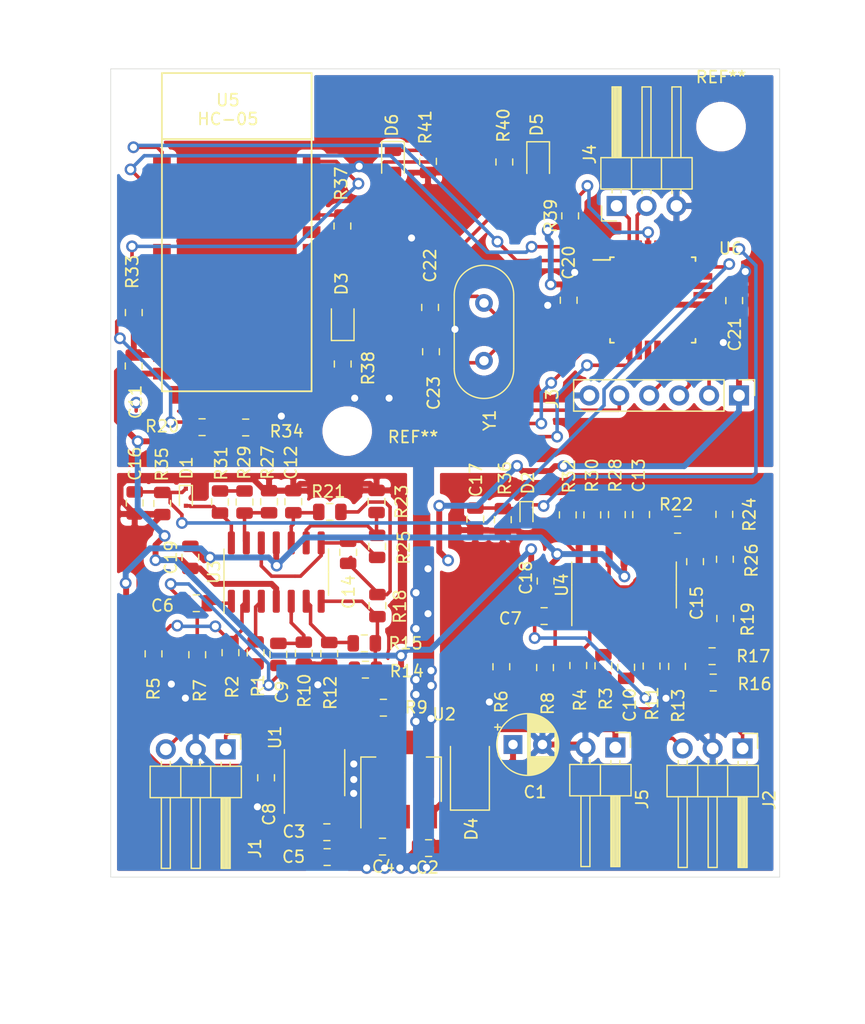
<source format=kicad_pcb>
(kicad_pcb (version 20171130) (host pcbnew "(5.1.4)-1")
  (layers (0 F.Cu signal) (31 B.Cu signal) (34 B.Paste user) (35 F.Paste user) (36 B.SilkS user) (37 F.SilkS user) (38 B.Mask user) (39 F.Mask user) (44 Edge.Cuts user))
  (net 0 "")
  (net 1 +5V)
  (net 2 GND)
  (net 3 "Net-(C3-Pad2)")
  (net 4 "Net-(C3-Pad1)")
  (net 5 "Net-(C4-Pad1)")
  (net 6 "Net-(C6-Pad2)")
  (net 7 "Net-(C6-Pad1)")
  (net 8 "Net-(C7-Pad1)")
  (net 9 "Net-(C10-Pad1)")
  (net 10 -3V3)
  (net 11 "Net-(C9-Pad2)")
  (net 12 "Net-(C10-Pad2)")
  (net 13 +3V3)
  (net 14 "Net-(C12-Pad2)")
  (net 15 "Net-(C13-Pad2)")
  (net 16 "Net-(C14-Pad2)")
  (net 17 "Net-(C14-Pad1)")
  (net 18 "Net-(C15-Pad2)")
  (net 19 "Net-(C15-Pad1)")
  (net 20 /SENS1)
  (net 21 /SENS2)
  (net 22 "Net-(C22-Pad1)")
  (net 23 "Net-(C23-Pad1)")
  (net 24 "Net-(D1-Pad2)")
  (net 25 "Net-(D2-Pad2)")
  (net 26 "Net-(D3-Pad1)")
  (net 27 "Net-(D3-Pad2)")
  (net 28 "Net-(D4-Pad2)")
  (net 29 "Net-(D5-Pad2)")
  (net 30 "Net-(D5-Pad1)")
  (net 31 "Net-(D6-Pad1)")
  (net 32 "Net-(D6-Pad2)")
  (net 33 "Net-(J1-Pad1)")
  (net 34 "Net-(J1-Pad3)")
  (net 35 "Net-(J2-Pad3)")
  (net 36 "Net-(J2-Pad1)")
  (net 37 /SCK)
  (net 38 /MISO)
  (net 39 /MOSI)
  (net 40 /NRST)
  (net 41 /TXD)
  (net 42 /RXD)
  (net 43 "Net-(R1-Pad1)")
  (net 44 "Net-(R2-Pad1)")
  (net 45 "Net-(R3-Pad1)")
  (net 46 "Net-(R4-Pad1)")
  (net 47 "Net-(R12-Pad2)")
  (net 48 "Net-(R13-Pad2)")
  (net 49 "Net-(R14-Pad1)")
  (net 50 "Net-(R16-Pad1)")
  (net 51 "Net-(R20-Pad2)")
  (net 52 "Net-(R23-Pad2)")
  (net 53 "Net-(R24-Pad2)")
  (net 54 "Net-(R27-Pad2)")
  (net 55 "Net-(R28-Pad2)")
  (net 56 "Net-(R29-Pad2)")
  (net 57 "Net-(R30-Pad2)")
  (net 58 "Net-(R33-Pad2)")
  (net 59 "Net-(R34-Pad2)")
  (net 60 "Net-(R37-Pad2)")
  (net 61 "Net-(U1-Pad1)")
  (net 62 "Net-(U1-Pad6)")
  (net 63 "Net-(U1-Pad7)")
  (net 64 /BTX)
  (net 65 /BRX)
  (net 66 "Net-(U5-Pad3)")
  (net 67 "Net-(U5-Pad4)")
  (net 68 "Net-(U5-Pad5)")
  (net 69 "Net-(U5-Pad6)")
  (net 70 "Net-(U5-Pad7)")
  (net 71 "Net-(U5-Pad8)")
  (net 72 "Net-(U5-Pad9)")
  (net 73 "Net-(U5-Pad10)")
  (net 74 "Net-(U5-Pad23)")
  (net 75 "Net-(U5-Pad25)")
  (net 76 "Net-(U5-Pad27)")
  (net 77 "Net-(U5-Pad28)")
  (net 78 "Net-(U5-Pad29)")
  (net 79 "Net-(U5-Pad30)")
  (net 80 "Net-(U5-Pad32)")
  (net 81 "Net-(U5-Pad33)")
  (net 82 "Net-(U5-Pad14)")
  (net 83 "Net-(U5-Pad15)")
  (net 84 "Net-(U5-Pad16)")
  (net 85 "Net-(U5-Pad17)")
  (net 86 "Net-(U5-Pad18)")
  (net 87 "Net-(U5-Pad19)")
  (net 88 "Net-(U5-Pad20)")
  (net 89 "Net-(U6-Pad2)")
  (net 90 "Net-(U6-Pad11)")
  (net 91 "Net-(U6-Pad12)")
  (net 92 "Net-(U6-Pad13)")
  (net 93 "Net-(U6-Pad14)")
  (net 94 "Net-(U6-Pad19)")
  (net 95 "Net-(U6-Pad22)")
  (net 96 "Net-(U6-Pad23)")
  (net 97 "Net-(U6-Pad26)")
  (net 98 "Net-(U6-Pad27)")
  (net 99 "Net-(U6-Pad28)")
  (module MountingHole:MountingHole_3.2mm_M3 (layer F.Cu) (at 76.962 117.094)
    (fp_text reference REF** (at 5.588 0.508) (layer F.SilkS))
    (fp_text value MountingHole_3.2mm_M3)
    (pad 1 np_thru_hole circle (at 0 0) (size 3.2 3.2) (drill 3.2) (layers *.Cu *.Mask))
  )
  (module MountingHole:MountingHole_3.2mm_M3 (layer F.Cu) (at 108.6866 91.2622)
    (fp_text reference REF** (at 0 -4.2) (layer F.SilkS))
    (fp_text value MountingHole_3.2mm_M3)
    (pad 1 np_thru_hole circle (at 0 0) (size 3.2 3.2) (drill 3.2) (layers *.Cu *.Mask))
  )
  (module Connector_PinHeader_2.54mm:PinHeader_1x06_P2.54mm_Vertical (layer F.Cu) (at 110.2106 114.0714 270)
    (fp_text reference J3 (at 0.2794 15.8496 90) (layer F.SilkS))
    (fp_text value Conn_01x06_Female)
    (pad 1 thru_hole rect (at 0 0 270) (size 1.7 1.7) (drill 1) (layers *.Cu *.Mask) (net 13 +3V3))
    (pad 2 thru_hole oval (at 0 2.54 270) (size 1.7 1.7) (drill 1) (layers *.Cu *.Mask) (net 37 /SCK))
    (pad 3 thru_hole oval (at 0 5.08 270) (size 1.7 1.7) (drill 1) (layers *.Cu *.Mask) (net 38 /MISO))
    (pad 4 thru_hole oval (at 0 7.62 270) (size 1.7 1.7) (drill 1) (layers *.Cu *.Mask) (net 39 /MOSI))
    (pad 5 thru_hole oval (at 0 10.16 270) (size 1.7 1.7) (drill 1) (layers *.Cu *.Mask) (net 40 /NRST))
    (pad 6 thru_hole oval (at 0 12.7 270) (size 1.7 1.7) (drill 1) (layers *.Cu *.Mask) (net 2 GND))
  )
  (module Resistor_SMD:R_0805_2012Metric (layer F.Cu) (at 61.2648 123.2385 90)
    (fp_text reference R35 (at 3.3251 -0.0254 90) (layer F.SilkS))
    (fp_text value R)
    (pad 2 smd roundrect (at 0.9375 0 90) (size 0.975 1.4) (layers F.Cu F.Paste F.Mask) (net 20 /SENS1))
    (pad 1 smd roundrect (at -0.9375 0 90) (size 0.975 1.4) (layers F.Cu F.Paste F.Mask) (net 2 GND))
  )
  (module Capacitor_SMD:C_0805_2012Metric (layer F.Cu) (at 58.928 123.19 90)
    (fp_text reference C16 (at 3.3274 0.0254 90) (layer F.SilkS))
    (fp_text value C)
    (pad 2 smd roundrect (at 0.9375 0 90) (size 0.975 1.4) (layers F.Cu F.Paste F.Mask) (net 20 /SENS1))
    (pad 1 smd roundrect (at -0.9375 0 90) (size 0.975 1.4) (layers F.Cu F.Paste F.Mask) (net 2 GND))
  )
  (module Diode_SMD:D_SC-80 (layer F.Cu) (at 63.2714 122.7074 270)
    (fp_text reference D1 (at -2.4892 -0.0508 90) (layer F.SilkS))
    (fp_text value 1N4148)
    (pad 2 smd rect (at 0.725 0 270) (size 0.35 0.35) (layers F.Cu F.Paste F.Mask) (net 24 "Net-(D1-Pad2)"))
    (pad 1 smd rect (at -0.725 0 270) (size 0.35 0.35) (layers F.Cu F.Paste F.Mask) (net 20 /SENS1))
  )
  (module Resistor_SMD:R_0805_2012Metric (layer F.Cu) (at 70.3326 123.0884 270)
    (fp_text reference R27 (at -3.3274 0.127 90) (layer F.SilkS))
    (fp_text value R)
    (pad 1 smd roundrect (at -0.9375 0 270) (size 0.975 1.4) (layers F.Cu F.Paste F.Mask) (net 2 GND))
    (pad 2 smd roundrect (at 0.9375 0 270) (size 0.975 1.4) (layers F.Cu F.Paste F.Mask) (net 54 "Net-(R27-Pad2)"))
  )
  (module Resistor_SMD:R_0805_2012Metric (layer F.Cu) (at 78.5091 137.3378 180)
    (fp_text reference R14 (at -3.5075 -0.127) (layer F.SilkS))
    (fp_text value R)
    (pad 2 smd roundrect (at 0.9375 0 180) (size 0.975 1.4) (layers F.Cu F.Paste F.Mask) (net 6 "Net-(C6-Pad2)"))
    (pad 1 smd roundrect (at -0.9375 0 180) (size 0.975 1.4) (layers F.Cu F.Paste F.Mask) (net 49 "Net-(R14-Pad1)"))
  )
  (module Resistor_SMD:R_0805_2012Metric (layer F.Cu) (at 79.4512 123.0653 270)
    (fp_text reference R23 (at 0.0231 -2.1336 90) (layer F.SilkS))
    (fp_text value R)
    (pad 1 smd roundrect (at -0.9375 0 270) (size 0.975 1.4) (layers F.Cu F.Paste F.Mask) (net 2 GND))
    (pad 2 smd roundrect (at 0.9375 0 270) (size 0.975 1.4) (layers F.Cu F.Paste F.Mask) (net 52 "Net-(R23-Pad2)"))
  )
  (module Package_SO:SOIC-14_3.9x8.7mm_P1.27mm (layer F.Cu) (at 70.9422 129.0574 90)
    (fp_text reference U3 (at 0 -5.28 90) (layer F.SilkS))
    (fp_text value LM324)
    (pad 14 smd roundrect (at 2.475 -3.81 90) (size 1.95 0.6) (layers F.Cu F.Paste F.Mask) (net 24 "Net-(D1-Pad2)"))
    (pad 13 smd roundrect (at 2.475 -2.54 90) (size 1.95 0.6) (layers F.Cu F.Paste F.Mask) (net 54 "Net-(R27-Pad2)"))
    (pad 12 smd roundrect (at 2.475 -1.27 90) (size 1.95 0.6) (layers F.Cu F.Paste F.Mask) (net 16 "Net-(C14-Pad2)"))
    (pad 11 smd roundrect (at 2.475 0 90) (size 1.95 0.6) (layers F.Cu F.Paste F.Mask) (net 10 -3V3))
    (pad 10 smd roundrect (at 2.475 1.27 90) (size 1.95 0.6) (layers F.Cu F.Paste F.Mask) (net 14 "Net-(C12-Pad2)"))
    (pad 9 smd roundrect (at 2.475 2.54 90) (size 1.95 0.6) (layers F.Cu F.Paste F.Mask) (net 52 "Net-(R23-Pad2)"))
    (pad 8 smd roundrect (at 2.475 3.81 90) (size 1.95 0.6) (layers F.Cu F.Paste F.Mask) (net 16 "Net-(C14-Pad2)"))
    (pad 7 smd roundrect (at -2.475 3.81 90) (size 1.95 0.6) (layers F.Cu F.Paste F.Mask) (net 49 "Net-(R14-Pad1)"))
    (pad 6 smd roundrect (at -2.475 2.54 90) (size 1.95 0.6) (layers F.Cu F.Paste F.Mask) (net 47 "Net-(R12-Pad2)"))
    (pad 5 smd roundrect (at -2.475 1.27 90) (size 1.95 0.6) (layers F.Cu F.Paste F.Mask) (net 11 "Net-(C9-Pad2)"))
    (pad 4 smd roundrect (at -2.475 0 90) (size 1.95 0.6) (layers F.Cu F.Paste F.Mask) (net 13 +3V3))
    (pad 3 smd roundrect (at -2.475 -1.27 90) (size 1.95 0.6) (layers F.Cu F.Paste F.Mask) (net 43 "Net-(R1-Pad1)"))
    (pad 2 smd roundrect (at -2.475 -2.54 90) (size 1.95 0.6) (layers F.Cu F.Paste F.Mask) (net 44 "Net-(R2-Pad1)"))
    (pad 1 smd roundrect (at -2.475 -3.81 90) (size 1.95 0.6) (layers F.Cu F.Paste F.Mask) (net 7 "Net-(C6-Pad1)"))
  )
  (module Resistor_SMD:R_0805_2012Metric (layer F.Cu) (at 78.4121 135.1026)
    (fp_text reference R15 (at 3.5029 0) (layer F.SilkS))
    (fp_text value R)
    (pad 1 smd roundrect (at -0.9375 0) (size 0.975 1.4) (layers F.Cu F.Paste F.Mask) (net 47 "Net-(R12-Pad2)"))
    (pad 2 smd roundrect (at 0.9375 0) (size 0.975 1.4) (layers F.Cu F.Paste F.Mask) (net 49 "Net-(R14-Pad1)"))
  )
  (module Resistor_SMD:R_0805_2012Metric (layer F.Cu) (at 79.502 126.8753 270)
    (fp_text reference R25 (at 0.1016 -2.2606 90) (layer F.SilkS))
    (fp_text value R)
    (pad 2 smd roundrect (at 0.9375 0 270) (size 0.975 1.4) (layers F.Cu F.Paste F.Mask) (net 16 "Net-(C14-Pad2)"))
    (pad 1 smd roundrect (at -0.9375 0 270) (size 0.975 1.4) (layers F.Cu F.Paste F.Mask) (net 52 "Net-(R23-Pad2)"))
  )
  (module Resistor_SMD:R_0805_2012Metric (layer F.Cu) (at 75.4865 123.952)
    (fp_text reference R21 (at -0.1247 -1.7272) (layer F.SilkS))
    (fp_text value R)
    (pad 2 smd roundrect (at 0.9375 0) (size 0.975 1.4) (layers F.Cu F.Paste F.Mask) (net 17 "Net-(C14-Pad1)"))
    (pad 1 smd roundrect (at -0.9375 0) (size 0.975 1.4) (layers F.Cu F.Paste F.Mask) (net 14 "Net-(C12-Pad2)"))
  )
  (module Resistor_SMD:R_0805_2012Metric (layer F.Cu) (at 79.5274 131.9022 270)
    (fp_text reference R18 (at 0.0739 -1.905 90) (layer F.SilkS))
    (fp_text value R)
    (pad 1 smd roundrect (at -0.9375 0 270) (size 0.975 1.4) (layers F.Cu F.Paste F.Mask) (net 17 "Net-(C14-Pad1)"))
    (pad 2 smd roundrect (at 0.9375 0 270) (size 0.975 1.4) (layers F.Cu F.Paste F.Mask) (net 49 "Net-(R14-Pad1)"))
  )
  (module Resistor_SMD:R_0805_2012Metric (layer F.Cu) (at 68.2498 123.1115 90)
    (fp_text reference R29 (at 3.3505 -0.0254 90) (layer F.SilkS))
    (fp_text value R)
    (pad 2 smd roundrect (at 0.9375 0 90) (size 0.975 1.4) (layers F.Cu F.Paste F.Mask) (net 56 "Net-(R29-Pad2)"))
    (pad 1 smd roundrect (at -0.9375 0 90) (size 0.975 1.4) (layers F.Cu F.Paste F.Mask) (net 54 "Net-(R27-Pad2)"))
  )
  (module Resistor_SMD:R_0805_2012Metric (layer F.Cu) (at 66.167 123.1115 270)
    (fp_text reference R31 (at -3.2789 -0.1016 90) (layer F.SilkS))
    (fp_text value R)
    (pad 2 smd roundrect (at 0.9375 0 270) (size 0.975 1.4) (layers F.Cu F.Paste F.Mask) (net 24 "Net-(D1-Pad2)"))
    (pad 1 smd roundrect (at -0.9375 0 270) (size 0.975 1.4) (layers F.Cu F.Paste F.Mask) (net 56 "Net-(R29-Pad2)"))
  )
  (module Resistor_SMD:R_0805_2012Metric (layer F.Cu) (at 69.1896 135.9154 270)
    (fp_text reference R1 (at 2.794 -0.2032 90) (layer F.SilkS))
    (fp_text value R)
    (pad 1 smd roundrect (at -0.9375 0 270) (size 0.975 1.4) (layers F.Cu F.Paste F.Mask) (net 43 "Net-(R1-Pad1)"))
    (pad 2 smd roundrect (at 0.9375 0 270) (size 0.975 1.4) (layers F.Cu F.Paste F.Mask) (net 33 "Net-(J1-Pad1)"))
  )
  (module Resistor_SMD:R_0805_2012Metric (layer F.Cu) (at 75.438 135.9685 90)
    (fp_text reference R12 (at -3.3297 0.1016 90) (layer F.SilkS))
    (fp_text value R)
    (pad 2 smd roundrect (at 0.9375 0 90) (size 0.975 1.4) (layers F.Cu F.Paste F.Mask) (net 47 "Net-(R12-Pad2)"))
    (pad 1 smd roundrect (at -0.9375 0 90) (size 0.975 1.4) (layers F.Cu F.Paste F.Mask) (net 2 GND))
  )
  (module Resistor_SMD:R_0805_2012Metric (layer F.Cu) (at 73.279 135.9431 90)
    (fp_text reference R10 (at -3.1773 0.0508 90) (layer F.SilkS))
    (fp_text value R)
    (pad 2 smd roundrect (at 0.9375 0 90) (size 0.975 1.4) (layers F.Cu F.Paste F.Mask) (net 11 "Net-(C9-Pad2)"))
    (pad 1 smd roundrect (at -0.9375 0 90) (size 0.975 1.4) (layers F.Cu F.Paste F.Mask) (net 2 GND))
  )
  (module Resistor_SMD:R_0805_2012Metric (layer F.Cu) (at 64.2366 136.0678 270)
    (fp_text reference R7 (at 3.048 -0.2286 90) (layer F.SilkS))
    (fp_text value R)
    (pad 1 smd roundrect (at -0.9375 0 270) (size 0.975 1.4) (layers F.Cu F.Paste F.Mask) (net 7 "Net-(C6-Pad1)"))
    (pad 2 smd roundrect (at 0.9375 0 270) (size 0.975 1.4) (layers F.Cu F.Paste F.Mask) (net 43 "Net-(R1-Pad1)"))
  )
  (module Resistor_SMD:R_0805_2012Metric (layer F.Cu) (at 60.5282 135.9939 270)
    (fp_text reference R5 (at 2.9718 0 90) (layer F.SilkS))
    (fp_text value R)
    (pad 2 smd roundrect (at 0.9375 0 270) (size 0.975 1.4) (layers F.Cu F.Paste F.Mask) (net 2 GND))
    (pad 1 smd roundrect (at -0.9375 0 270) (size 0.975 1.4) (layers F.Cu F.Paste F.Mask) (net 44 "Net-(R2-Pad1)"))
  )
  (module Resistor_SMD:R_0805_2012Metric (layer F.Cu) (at 67.056 135.8923 270)
    (fp_text reference R2 (at 2.9187 -0.1524 90) (layer F.SilkS))
    (fp_text value R)
    (pad 2 smd roundrect (at 0.9375 0 270) (size 0.975 1.4) (layers F.Cu F.Paste F.Mask) (net 34 "Net-(J1-Pad3)"))
    (pad 1 smd roundrect (at -0.9375 0 270) (size 0.975 1.4) (layers F.Cu F.Paste F.Mask) (net 44 "Net-(R2-Pad1)"))
  )
  (module Capacitor_SMD:C_0805_2012Metric (layer F.Cu) (at 77.04328 127.37822 90)
    (fp_text reference C14 (at -3.36574 0.04064 90) (layer F.SilkS))
    (fp_text value C)
    (pad 1 smd roundrect (at -0.9375 0 90) (size 0.975 1.4) (layers F.Cu F.Paste F.Mask) (net 17 "Net-(C14-Pad1)"))
    (pad 2 smd roundrect (at 0.9375 0 90) (size 0.975 1.4) (layers F.Cu F.Paste F.Mask) (net 16 "Net-(C14-Pad2)"))
  )
  (module Capacitor_SMD:C_0805_2012Metric (layer F.Cu) (at 72.39 123.0861 270)
    (fp_text reference C12 (at -3.3251 0.2032 90) (layer F.SilkS))
    (fp_text value C)
    (pad 2 smd roundrect (at 0.9375 0 270) (size 0.975 1.4) (layers F.Cu F.Paste F.Mask) (net 14 "Net-(C12-Pad2)"))
    (pad 1 smd roundrect (at -0.9375 0 270) (size 0.975 1.4) (layers F.Cu F.Paste F.Mask) (net 2 GND))
  )
  (module Capacitor_SMD:C_0805_2012Metric (layer F.Cu) (at 64.1581 131.699 180)
    (fp_text reference C6 (at 2.8702 -0.2032) (layer F.SilkS))
    (fp_text value C)
    (pad 2 smd roundrect (at 0.9375 0 180) (size 0.975 1.4) (layers F.Cu F.Paste F.Mask) (net 6 "Net-(C6-Pad2)"))
    (pad 1 smd roundrect (at -0.9375 0 180) (size 0.975 1.4) (layers F.Cu F.Paste F.Mask) (net 7 "Net-(C6-Pad1)"))
  )
  (module Capacitor_SMD:C_0805_2012Metric (layer F.Cu) (at 71.12 136.0424 90)
    (fp_text reference C9 (at -3.1981 0.3048 90) (layer F.SilkS))
    (fp_text value C)
    (pad 1 smd roundrect (at -0.9375 0 90) (size 0.975 1.4) (layers F.Cu F.Paste F.Mask) (net 6 "Net-(C6-Pad2)"))
    (pad 2 smd roundrect (at 0.9375 0 90) (size 0.975 1.4) (layers F.Cu F.Paste F.Mask) (net 11 "Net-(C9-Pad2)"))
  )
  (module Connector_PinHeader_2.54mm:PinHeader_1x03_P2.54mm_Horizontal (layer F.Cu) (at 66.6496 144.0942 270)
    (fp_text reference J1 (at 8.4074 -2.4892 90) (layer F.SilkS))
    (fp_text value Conn_01x03_Female)
    (pad 1 thru_hole rect (at 0 0 270) (size 1.7 1.7) (drill 1) (layers *.Cu *.Mask) (net 33 "Net-(J1-Pad1)"))
    (pad 2 thru_hole oval (at 0 2.54 270) (size 1.7 1.7) (drill 1) (layers *.Cu *.Mask) (net 2 GND))
    (pad 3 thru_hole oval (at 0 5.08 270) (size 1.7 1.7) (drill 1) (layers *.Cu *.Mask) (net 34 "Net-(J1-Pad3)"))
  )
  (module Capacitor_SMD:C_0805_2012Metric (layer F.Cu) (at 93.6729 132.7912 180)
    (fp_text reference C7 (at 2.8702 -0.2032) (layer F.SilkS))
    (fp_text value C)
    (pad 1 smd roundrect (at -0.9375 0 180) (size 0.975 1.4) (layers F.Cu F.Paste F.Mask) (net 8 "Net-(C7-Pad1)"))
    (pad 2 smd roundrect (at 0.9375 0 180) (size 0.975 1.4) (layers F.Cu F.Paste F.Mask) (net 9 "Net-(C10-Pad1)"))
  )
  (module Capacitor_SMD:C_0805_2012Metric (layer F.Cu) (at 100.6348 137.1346 90)
    (fp_text reference C10 (at -3.1981 0.3048 90) (layer F.SilkS))
    (fp_text value C)
    (pad 2 smd roundrect (at 0.9375 0 90) (size 0.975 1.4) (layers F.Cu F.Paste F.Mask) (net 12 "Net-(C10-Pad2)"))
    (pad 1 smd roundrect (at -0.9375 0 90) (size 0.975 1.4) (layers F.Cu F.Paste F.Mask) (net 9 "Net-(C10-Pad1)"))
  )
  (module Capacitor_SMD:C_0805_2012Metric (layer F.Cu) (at 101.9048 124.1783 270)
    (fp_text reference C13 (at -3.3251 0.2032 90) (layer F.SilkS))
    (fp_text value C)
    (pad 1 smd roundrect (at -0.9375 0 270) (size 0.975 1.4) (layers F.Cu F.Paste F.Mask) (net 2 GND))
    (pad 2 smd roundrect (at 0.9375 0 270) (size 0.975 1.4) (layers F.Cu F.Paste F.Mask) (net 15 "Net-(C13-Pad2)"))
  )
  (module Capacitor_SMD:C_0805_2012Metric (layer F.Cu) (at 106.48442 128.17118 90)
    (fp_text reference C15 (at -3.5202 0.13716 90) (layer F.SilkS))
    (fp_text value C)
    (pad 2 smd roundrect (at 0.9375 0 90) (size 0.975 1.4) (layers F.Cu F.Paste F.Mask) (net 18 "Net-(C15-Pad2)"))
    (pad 1 smd roundrect (at -0.9375 0 90) (size 0.975 1.4) (layers F.Cu F.Paste F.Mask) (net 19 "Net-(C15-Pad1)"))
  )
  (module Capacitor_SMD:C_0805_2012Metric (layer F.Cu) (at 87.8332 124.5616 90)
    (fp_text reference C17 (at 3.3274 0.0508 90) (layer F.SilkS))
    (fp_text value C)
    (pad 1 smd roundrect (at -0.9375 0 90) (size 0.975 1.4) (layers F.Cu F.Paste F.Mask) (net 2 GND))
    (pad 2 smd roundrect (at 0.9375 0 90) (size 0.975 1.4) (layers F.Cu F.Paste F.Mask) (net 21 /SENS2))
  )
  (module Connector_PinHeader_2.54mm:PinHeader_1x03_P2.54mm_Horizontal (layer F.Cu) (at 110.5154 144.018 270)
    (fp_text reference J2 (at 4.385 -2.27 90) (layer F.SilkS))
    (fp_text value Conn_01x03_Female)
    (pad 3 thru_hole oval (at 0 5.08 270) (size 1.7 1.7) (drill 1) (layers *.Cu *.Mask) (net 35 "Net-(J2-Pad3)"))
    (pad 2 thru_hole oval (at 0 2.54 270) (size 1.7 1.7) (drill 1) (layers *.Cu *.Mask) (net 2 GND))
    (pad 1 thru_hole rect (at 0 0 270) (size 1.7 1.7) (drill 1) (layers *.Cu *.Mask) (net 36 "Net-(J2-Pad1)"))
  )
  (module Resistor_SMD:R_0805_2012Metric (layer F.Cu) (at 98.7044 137.0076 270)
    (fp_text reference R3 (at 2.794 -0.2032 90) (layer F.SilkS))
    (fp_text value R)
    (pad 2 smd roundrect (at 0.9375 0 270) (size 0.975 1.4) (layers F.Cu F.Paste F.Mask) (net 36 "Net-(J2-Pad1)"))
    (pad 1 smd roundrect (at -0.9375 0 270) (size 0.975 1.4) (layers F.Cu F.Paste F.Mask) (net 45 "Net-(R3-Pad1)"))
  )
  (module Resistor_SMD:R_0805_2012Metric (layer F.Cu) (at 96.5708 136.9845 270)
    (fp_text reference R4 (at 2.9187 -0.1524 90) (layer F.SilkS))
    (fp_text value R)
    (pad 1 smd roundrect (at -0.9375 0 270) (size 0.975 1.4) (layers F.Cu F.Paste F.Mask) (net 46 "Net-(R4-Pad1)"))
    (pad 2 smd roundrect (at 0.9375 0 270) (size 0.975 1.4) (layers F.Cu F.Paste F.Mask) (net 35 "Net-(J2-Pad3)"))
  )
  (module Resistor_SMD:R_0805_2012Metric (layer F.Cu) (at 90.043 137.0861 270)
    (fp_text reference R6 (at 2.9718 0 90) (layer F.SilkS))
    (fp_text value R)
    (pad 1 smd roundrect (at -0.9375 0 270) (size 0.975 1.4) (layers F.Cu F.Paste F.Mask) (net 46 "Net-(R4-Pad1)"))
    (pad 2 smd roundrect (at 0.9375 0 270) (size 0.975 1.4) (layers F.Cu F.Paste F.Mask) (net 2 GND))
  )
  (module Resistor_SMD:R_0805_2012Metric (layer F.Cu) (at 93.7514 137.16 270)
    (fp_text reference R8 (at 3.048 -0.2286 90) (layer F.SilkS))
    (fp_text value R)
    (pad 2 smd roundrect (at 0.9375 0 270) (size 0.975 1.4) (layers F.Cu F.Paste F.Mask) (net 45 "Net-(R3-Pad1)"))
    (pad 1 smd roundrect (at -0.9375 0 270) (size 0.975 1.4) (layers F.Cu F.Paste F.Mask) (net 8 "Net-(C7-Pad1)"))
  )
  (module Resistor_SMD:R_0805_2012Metric (layer F.Cu) (at 102.7938 137.0353 90)
    (fp_text reference R11 (at -3.1773 0.0508 90) (layer F.SilkS))
    (fp_text value R)
    (pad 1 smd roundrect (at -0.9375 0 90) (size 0.975 1.4) (layers F.Cu F.Paste F.Mask) (net 2 GND))
    (pad 2 smd roundrect (at 0.9375 0 90) (size 0.975 1.4) (layers F.Cu F.Paste F.Mask) (net 12 "Net-(C10-Pad2)"))
  )
  (module Resistor_SMD:R_0805_2012Metric (layer F.Cu) (at 104.9528 137.0607 90)
    (fp_text reference R13 (at -3.3297 0.1016 90) (layer F.SilkS))
    (fp_text value R)
    (pad 1 smd roundrect (at -0.9375 0 90) (size 0.975 1.4) (layers F.Cu F.Paste F.Mask) (net 2 GND))
    (pad 2 smd roundrect (at 0.9375 0 90) (size 0.975 1.4) (layers F.Cu F.Paste F.Mask) (net 48 "Net-(R13-Pad2)"))
  )
  (module Resistor_SMD:R_0805_2012Metric (layer F.Cu) (at 108.0239 138.43 180)
    (fp_text reference R16 (at -3.5075 -0.127) (layer F.SilkS))
    (fp_text value R)
    (pad 1 smd roundrect (at -0.9375 0 180) (size 0.975 1.4) (layers F.Cu F.Paste F.Mask) (net 50 "Net-(R16-Pad1)"))
    (pad 2 smd roundrect (at 0.9375 0 180) (size 0.975 1.4) (layers F.Cu F.Paste F.Mask) (net 9 "Net-(C10-Pad1)"))
  )
  (module Resistor_SMD:R_0805_2012Metric (layer F.Cu) (at 107.9269 136.1948)
    (fp_text reference R17 (at 3.5029 0) (layer F.SilkS))
    (fp_text value R)
    (pad 2 smd roundrect (at 0.9375 0) (size 0.975 1.4) (layers F.Cu F.Paste F.Mask) (net 50 "Net-(R16-Pad1)"))
    (pad 1 smd roundrect (at -0.9375 0) (size 0.975 1.4) (layers F.Cu F.Paste F.Mask) (net 48 "Net-(R13-Pad2)"))
  )
  (module Resistor_SMD:R_0805_2012Metric (layer F.Cu) (at 109.0422 132.9944 270)
    (fp_text reference R19 (at 0.0739 -1.905 90) (layer F.SilkS))
    (fp_text value R)
    (pad 2 smd roundrect (at 0.9375 0 270) (size 0.975 1.4) (layers F.Cu F.Paste F.Mask) (net 50 "Net-(R16-Pad1)"))
    (pad 1 smd roundrect (at -0.9375 0 270) (size 0.975 1.4) (layers F.Cu F.Paste F.Mask) (net 19 "Net-(C15-Pad1)"))
  )
  (module Resistor_SMD:R_0805_2012Metric (layer F.Cu) (at 105.0013 125.0442)
    (fp_text reference R22 (at -0.1247 -1.7272) (layer F.SilkS))
    (fp_text value R)
    (pad 1 smd roundrect (at -0.9375 0) (size 0.975 1.4) (layers F.Cu F.Paste F.Mask) (net 15 "Net-(C13-Pad2)"))
    (pad 2 smd roundrect (at 0.9375 0) (size 0.975 1.4) (layers F.Cu F.Paste F.Mask) (net 19 "Net-(C15-Pad1)"))
  )
  (module Resistor_SMD:R_0805_2012Metric (layer F.Cu) (at 108.966 124.1575 270)
    (fp_text reference R24 (at 0.0231 -2.1336 90) (layer F.SilkS))
    (fp_text value R)
    (pad 2 smd roundrect (at 0.9375 0 270) (size 0.975 1.4) (layers F.Cu F.Paste F.Mask) (net 53 "Net-(R24-Pad2)"))
    (pad 1 smd roundrect (at -0.9375 0 270) (size 0.975 1.4) (layers F.Cu F.Paste F.Mask) (net 2 GND))
  )
  (module Resistor_SMD:R_0805_2012Metric (layer F.Cu) (at 109.0168 127.9675 270)
    (fp_text reference R26 (at 0.1016 -2.2606 90) (layer F.SilkS))
    (fp_text value R)
    (pad 1 smd roundrect (at -0.9375 0 270) (size 0.975 1.4) (layers F.Cu F.Paste F.Mask) (net 53 "Net-(R24-Pad2)"))
    (pad 2 smd roundrect (at 0.9375 0 270) (size 0.975 1.4) (layers F.Cu F.Paste F.Mask) (net 18 "Net-(C15-Pad2)"))
  )
  (module Resistor_SMD:R_0805_2012Metric (layer F.Cu) (at 99.8474 124.1806 270)
    (fp_text reference R28 (at -3.3274 0.127 90) (layer F.SilkS))
    (fp_text value R)
    (pad 2 smd roundrect (at 0.9375 0 270) (size 0.975 1.4) (layers F.Cu F.Paste F.Mask) (net 55 "Net-(R28-Pad2)"))
    (pad 1 smd roundrect (at -0.9375 0 270) (size 0.975 1.4) (layers F.Cu F.Paste F.Mask) (net 2 GND))
  )
  (module Resistor_SMD:R_0805_2012Metric (layer F.Cu) (at 97.7646 124.2037 90)
    (fp_text reference R30 (at 3.3505 -0.0254 90) (layer F.SilkS))
    (fp_text value R)
    (pad 1 smd roundrect (at -0.9375 0 90) (size 0.975 1.4) (layers F.Cu F.Paste F.Mask) (net 55 "Net-(R28-Pad2)"))
    (pad 2 smd roundrect (at 0.9375 0 90) (size 0.975 1.4) (layers F.Cu F.Paste F.Mask) (net 57 "Net-(R30-Pad2)"))
  )
  (module Resistor_SMD:R_0805_2012Metric (layer F.Cu) (at 95.6818 124.2037 270)
    (fp_text reference R32 (at -3.2789 -0.1016 90) (layer F.SilkS))
    (fp_text value R)
    (pad 1 smd roundrect (at -0.9375 0 270) (size 0.975 1.4) (layers F.Cu F.Paste F.Mask) (net 57 "Net-(R30-Pad2)"))
    (pad 2 smd roundrect (at 0.9375 0 270) (size 0.975 1.4) (layers F.Cu F.Paste F.Mask) (net 25 "Net-(D2-Pad2)"))
  )
  (module Resistor_SMD:R_0805_2012Metric (layer F.Cu) (at 90.17 124.6101 90)
    (fp_text reference R36 (at 3.5283 0.1778 90) (layer F.SilkS))
    (fp_text value R)
    (pad 1 smd roundrect (at -0.9375 0 90) (size 0.975 1.4) (layers F.Cu F.Paste F.Mask) (net 2 GND))
    (pad 2 smd roundrect (at 0.9375 0 90) (size 0.975 1.4) (layers F.Cu F.Paste F.Mask) (net 21 /SENS2))
  )
  (module Package_SO:SOIC-14_3.9x8.7mm_P1.27mm (layer F.Cu) (at 100.457 130.1496 90)
    (fp_text reference U4 (at 0 -5.28 90) (layer F.SilkS))
    (fp_text value LM324)
    (pad 1 smd roundrect (at -2.475 -3.81 90) (size 1.95 0.6) (layers F.Cu F.Paste F.Mask) (net 8 "Net-(C7-Pad1)"))
    (pad 2 smd roundrect (at -2.475 -2.54 90) (size 1.95 0.6) (layers F.Cu F.Paste F.Mask) (net 46 "Net-(R4-Pad1)"))
    (pad 3 smd roundrect (at -2.475 -1.27 90) (size 1.95 0.6) (layers F.Cu F.Paste F.Mask) (net 45 "Net-(R3-Pad1)"))
    (pad 4 smd roundrect (at -2.475 0 90) (size 1.95 0.6) (layers F.Cu F.Paste F.Mask) (net 13 +3V3))
    (pad 5 smd roundrect (at -2.475 1.27 90) (size 1.95 0.6) (layers F.Cu F.Paste F.Mask) (net 12 "Net-(C10-Pad2)"))
    (pad 6 smd roundrect (at -2.475 2.54 90) (size 1.95 0.6) (layers F.Cu F.Paste F.Mask) (net 48 "Net-(R13-Pad2)"))
    (pad 7 smd roundrect (at -2.475 3.81 90) (size 1.95 0.6) (layers F.Cu F.Paste F.Mask) (net 50 "Net-(R16-Pad1)"))
    (pad 8 smd roundrect (at 2.475 3.81 90) (size 1.95 0.6) (layers F.Cu F.Paste F.Mask) (net 18 "Net-(C15-Pad2)"))
    (pad 9 smd roundrect (at 2.475 2.54 90) (size 1.95 0.6) (layers F.Cu F.Paste F.Mask) (net 53 "Net-(R24-Pad2)"))
    (pad 10 smd roundrect (at 2.475 1.27 90) (size 1.95 0.6) (layers F.Cu F.Paste F.Mask) (net 15 "Net-(C13-Pad2)"))
    (pad 11 smd roundrect (at 2.475 0 90) (size 1.95 0.6) (layers F.Cu F.Paste F.Mask) (net 10 -3V3))
    (pad 12 smd roundrect (at 2.475 -1.27 90) (size 1.95 0.6) (layers F.Cu F.Paste F.Mask) (net 18 "Net-(C15-Pad2)"))
    (pad 13 smd roundrect (at 2.475 -2.54 90) (size 1.95 0.6) (layers F.Cu F.Paste F.Mask) (net 55 "Net-(R28-Pad2)"))
    (pad 14 smd roundrect (at 2.475 -3.81 90) (size 1.95 0.6) (layers F.Cu F.Paste F.Mask) (net 25 "Net-(D2-Pad2)"))
  )
  (module Diode_SMD:D_SC-80 (layer F.Cu) (at 92.1766 124.079 270)
    (fp_text reference D2 (at -2.5908 -0.127 90) (layer F.SilkS))
    (fp_text value 1N4148)
    (pad 1 smd rect (at -0.725 0 270) (size 0.35 0.35) (layers F.Cu F.Paste F.Mask) (net 21 /SENS2))
    (pad 2 smd rect (at 0.725 0 270) (size 0.35 0.35) (layers F.Cu F.Paste F.Mask) (net 25 "Net-(D2-Pad2)"))
  )
  (module Capacitor_SMD:C_0805_2012Metric (layer F.Cu) (at 83.8708 152.4762 180)
    (fp_text reference C2 (at 0.1016 -1.651) (layer F.SilkS))
    (fp_text value C)
    (pad 1 smd roundrect (at -0.9375 0 180) (size 0.975 1.4) (layers F.Cu F.Paste F.Mask) (net 1 +5V))
    (pad 2 smd roundrect (at 0.9375 0 180) (size 0.975 1.4) (layers F.Cu F.Paste F.Mask) (net 2 GND))
  )
  (module Capacitor_SMD:C_0805_2012Metric (layer F.Cu) (at 75.2348 151.13)
    (fp_text reference C3 (at -2.794 -0.0508) (layer F.SilkS))
    (fp_text value C)
    (pad 1 smd roundrect (at -0.9375 0) (size 0.975 1.4) (layers F.Cu F.Paste F.Mask) (net 4 "Net-(C3-Pad1)"))
    (pad 2 smd roundrect (at 0.9375 0) (size 0.975 1.4) (layers F.Cu F.Paste F.Mask) (net 3 "Net-(C3-Pad2)"))
  )
  (module Capacitor_SMD:C_0805_2012Metric (layer F.Cu) (at 79.9569 152.3492 180)
    (fp_text reference C4 (at -0.0785 -1.7018) (layer F.SilkS))
    (fp_text value C)
    (pad 2 smd roundrect (at 0.9375 0 180) (size 0.975 1.4) (layers F.Cu F.Paste F.Mask) (net 2 GND))
    (pad 1 smd roundrect (at -0.9375 0 180) (size 0.975 1.4) (layers F.Cu F.Paste F.Mask) (net 5 "Net-(C4-Pad1)"))
  )
  (module Capacitor_SMD:C_0805_2012Metric (layer F.Cu) (at 75.2602 153.2382)
    (fp_text reference C5 (at -2.8471 -0.0254) (layer F.SilkS))
    (fp_text value C)
    (pad 1 smd roundrect (at -0.9375 0) (size 0.975 1.4) (layers F.Cu F.Paste F.Mask) (net 4 "Net-(C3-Pad1)"))
    (pad 2 smd roundrect (at 0.9375 0) (size 0.975 1.4) (layers F.Cu F.Paste F.Mask) (net 3 "Net-(C3-Pad2)"))
  )
  (module Capacitor_SMD:C_0805_2012Metric (layer F.Cu) (at 70.0786 146.5095 270)
    (fp_text reference C8 (at 3.0988 -0.254 90) (layer F.SilkS))
    (fp_text value C)
    (pad 2 smd roundrect (at 0.9375 0 270) (size 0.975 1.4) (layers F.Cu F.Paste F.Mask) (net 2 GND))
    (pad 1 smd roundrect (at -0.9375 0 270) (size 0.975 1.4) (layers F.Cu F.Paste F.Mask) (net 10 -3V3))
  )
  (module Capacitor_SMD:C_0805_2012Metric (layer F.Cu) (at 58.84164 111.57434 270)
    (fp_text reference C11 (at 3.0503 -0.1524 90) (layer F.SilkS))
    (fp_text value C)
    (pad 2 smd roundrect (at 0.9375 0 270) (size 0.975 1.4) (layers F.Cu F.Paste F.Mask) (net 2 GND))
    (pad 1 smd roundrect (at -0.9375 0 270) (size 0.975 1.4) (layers F.Cu F.Paste F.Mask) (net 13 +3V3))
  )
  (module Capacitor_SMD:C_0805_2012Metric (layer F.Cu) (at 95.758 105.9942 90)
    (fp_text reference C20 (at 3.1981 0 90) (layer F.SilkS))
    (fp_text value C)
    (pad 1 smd roundrect (at -0.9375 0 90) (size 0.975 1.4) (layers F.Cu F.Paste F.Mask) (net 2 GND))
    (pad 2 smd roundrect (at 0.9375 0 90) (size 0.975 1.4) (layers F.Cu F.Paste F.Mask) (net 13 +3V3))
  )
  (module Capacitor_SMD:C_0805_2012Metric (layer F.Cu) (at 109.8042 106.0219 90)
    (fp_text reference C21 (at -2.8725 0.0508 90) (layer F.SilkS))
    (fp_text value C)
    (pad 2 smd roundrect (at 0.9375 0 90) (size 0.975 1.4) (layers F.Cu F.Paste F.Mask) (net 2 GND))
    (pad 1 smd roundrect (at -0.9375 0 90) (size 0.975 1.4) (layers F.Cu F.Paste F.Mask) (net 13 +3V3))
  )
  (module Capacitor_SMD:C_0805_2012Metric (layer F.Cu) (at 83.9978 106.6015 270)
    (fp_text reference C22 (at -3.5537 0 270) (layer F.SilkS))
    (fp_text value C)
    (pad 1 smd roundrect (at -0.9375 0 270) (size 0.975 1.4) (layers F.Cu F.Paste F.Mask) (net 22 "Net-(C22-Pad1)"))
    (pad 2 smd roundrect (at 0.9375 0 270) (size 0.975 1.4) (layers F.Cu F.Paste F.Mask) (net 2 GND))
  )
  (module Capacitor_SMD:C_0805_2012Metric (layer F.Cu) (at 84.074 110.3607 90)
    (fp_text reference C23 (at -3.5075 0.2286 90) (layer F.SilkS))
    (fp_text value C)
    (pad 2 smd roundrect (at 0.9375 0 90) (size 0.975 1.4) (layers F.Cu F.Paste F.Mask) (net 2 GND))
    (pad 1 smd roundrect (at -0.9375 0 90) (size 0.975 1.4) (layers F.Cu F.Paste F.Mask) (net 23 "Net-(C23-Pad1)"))
  )
  (module Diode_SMD:D_SMA (layer F.Cu) (at 87.376 145.8534 90)
    (fp_text reference D4 (at -5.0104 0.127 90) (layer F.SilkS))
    (fp_text value 1N4007)
    (pad 1 smd rect (at -2 0 90) (size 2.5 1.8) (layers F.Cu F.Paste F.Mask) (net 1 +5V))
    (pad 2 smd rect (at 2 0 90) (size 2.5 1.8) (layers F.Cu F.Paste F.Mask) (net 28 "Net-(D4-Pad2)"))
  )
  (module Connector_PinHeader_2.54mm:PinHeader_1x02_P2.54mm_Horizontal (layer F.Cu) (at 99.7204 143.9418 270)
    (fp_text reference J5 (at 4.385 -2.27 90) (layer F.SilkS))
    (fp_text value Conn_01x02_Female)
    (pad 1 thru_hole rect (at 0 0 270) (size 1.7 1.7) (drill 1) (layers *.Cu *.Mask) (net 28 "Net-(D4-Pad2)"))
    (pad 2 thru_hole oval (at 0 2.54 270) (size 1.7 1.7) (drill 1) (layers *.Cu *.Mask) (net 2 GND))
  )
  (module Resistor_SMD:R_0805_2012Metric (layer F.Cu) (at 80.0331 140.5636)
    (fp_text reference R9 (at 2.7917 -0.0254) (layer F.SilkS))
    (fp_text value R)
    (pad 2 smd roundrect (at 0.9375 0) (size 0.975 1.4) (layers F.Cu F.Paste F.Mask) (net 5 "Net-(C4-Pad1)"))
    (pad 1 smd roundrect (at -0.9375 0) (size 0.975 1.4) (layers F.Cu F.Paste F.Mask) (net 13 +3V3))
  )
  (module Package_SO:SOIC-8_3.9x4.9mm_P1.27mm (layer F.Cu) (at 74.1934 146.0754 90)
    (fp_text reference U1 (at 2.9972 -3.3528 90) (layer F.SilkS))
    (fp_text value ICL7660)
    (pad 1 smd roundrect (at -2.475 -1.905 90) (size 1.95 0.6) (layers F.Cu F.Paste F.Mask) (net 61 "Net-(U1-Pad1)"))
    (pad 2 smd roundrect (at -2.475 -0.635 90) (size 1.95 0.6) (layers F.Cu F.Paste F.Mask) (net 4 "Net-(C3-Pad1)"))
    (pad 3 smd roundrect (at -2.475 0.635 90) (size 1.95 0.6) (layers F.Cu F.Paste F.Mask) (net 2 GND))
    (pad 4 smd roundrect (at -2.475 1.905 90) (size 1.95 0.6) (layers F.Cu F.Paste F.Mask) (net 3 "Net-(C3-Pad2)"))
    (pad 5 smd roundrect (at 2.475 1.905 90) (size 1.95 0.6) (layers F.Cu F.Paste F.Mask) (net 10 -3V3))
    (pad 6 smd roundrect (at 2.475 0.635 90) (size 1.95 0.6) (layers F.Cu F.Paste F.Mask) (net 62 "Net-(U1-Pad6)"))
    (pad 7 smd roundrect (at 2.475 -0.635 90) (size 1.95 0.6) (layers F.Cu F.Paste F.Mask) (net 63 "Net-(U1-Pad7)"))
    (pad 8 smd roundrect (at 2.475 -1.905 90) (size 1.95 0.6) (layers F.Cu F.Paste F.Mask) (net 13 +3V3))
  )
  (module Package_TO_SOT_SMD:SOT-223-3_TabPin2 (layer F.Cu) (at 81.534 146.6596 90)
    (fp_text reference U2 (at 5.5372 3.6576) (layer F.SilkS))
    (fp_text value LM1117-3.3)
    (pad 2 smd rect (at 3.15 0 90) (size 2 3.8) (layers F.Cu F.Paste F.Mask) (net 5 "Net-(C4-Pad1)"))
    (pad 2 smd rect (at -3.15 0 90) (size 2 1.5) (layers F.Cu F.Paste F.Mask) (net 5 "Net-(C4-Pad1)"))
    (pad 3 smd rect (at -3.15 2.3 90) (size 2 1.5) (layers F.Cu F.Paste F.Mask) (net 1 +5V))
    (pad 1 smd rect (at -3.15 -2.3 90) (size 2 1.5) (layers F.Cu F.Paste F.Mask) (net 2 GND))
  )
  (module hc05:HC-05 (layer F.Cu) (at 61.2394 112.2172)
    (fp_text reference U5 (at 5.6 -23.2) (layer F.SilkS))
    (fp_text value HC-05 (at 5.6 -21.6) (layer F.SilkS))
    (pad 1 smd rect (at 0 -18) (size 1.5 1) (layers F.Cu F.Paste F.Mask) (net 64 /BTX))
    (pad 2 smd rect (at 0 -16.5) (size 1.5 1) (layers F.Cu F.Paste F.Mask) (net 65 /BRX))
    (pad 3 smd rect (at 0 -15) (size 1.5 1) (layers F.Cu F.Paste F.Mask) (net 66 "Net-(U5-Pad3)"))
    (pad 4 smd rect (at 0 -13.5) (size 1.5 1) (layers F.Cu F.Paste F.Mask) (net 67 "Net-(U5-Pad4)"))
    (pad 5 smd rect (at 0 -12) (size 1.5 1) (layers F.Cu F.Paste F.Mask) (net 68 "Net-(U5-Pad5)"))
    (pad 6 smd rect (at 0 -10.5) (size 1.5 1) (layers F.Cu F.Paste F.Mask) (net 69 "Net-(U5-Pad6)"))
    (pad 7 smd rect (at 0 -9) (size 1.5 1) (layers F.Cu F.Paste F.Mask) (net 70 "Net-(U5-Pad7)"))
    (pad 8 smd rect (at 0 -7.5) (size 1.5 1) (layers F.Cu F.Paste F.Mask) (net 71 "Net-(U5-Pad8)"))
    (pad 9 smd rect (at 0 -6) (size 1.5 1) (layers F.Cu F.Paste F.Mask) (net 72 "Net-(U5-Pad9)"))
    (pad 10 smd rect (at 0 -4.5) (size 1.5 1) (layers F.Cu F.Paste F.Mask) (net 73 "Net-(U5-Pad10)"))
    (pad 11 smd rect (at 0 -3) (size 1.5 1) (layers F.Cu F.Paste F.Mask) (net 51 "Net-(R20-Pad2)"))
    (pad 12 smd rect (at 0 -1.5) (size 1.5 1) (layers F.Cu F.Paste F.Mask) (net 13 +3V3))
    (pad 13 smd rect (at 0 0) (size 1.5 1) (layers F.Cu F.Paste F.Mask) (net 2 GND))
    (pad 22 smd rect (at 12.7 0) (size 1.5 1) (layers F.Cu F.Paste F.Mask) (net 2 GND))
    (pad 23 smd rect (at 12.7 -1.5) (size 1.5 1) (layers F.Cu F.Paste F.Mask) (net 74 "Net-(U5-Pad23)"))
    (pad 24 smd rect (at 12.7 -3) (size 1.5 1) (layers F.Cu F.Paste F.Mask) (net 27 "Net-(D3-Pad2)"))
    (pad 25 smd rect (at 12.7 -4.5) (size 1.5 1) (layers F.Cu F.Paste F.Mask) (net 75 "Net-(U5-Pad25)"))
    (pad 26 smd rect (at 12.7 -6) (size 1.5 1) (layers F.Cu F.Paste F.Mask) (net 59 "Net-(R34-Pad2)"))
    (pad 27 smd rect (at 12.7 -7.5) (size 1.5 1) (layers F.Cu F.Paste F.Mask) (net 76 "Net-(U5-Pad27)"))
    (pad 28 smd rect (at 12.7 -9) (size 1.5 1) (layers F.Cu F.Paste F.Mask) (net 77 "Net-(U5-Pad28)"))
    (pad 29 smd rect (at 12.7 -10.5) (size 1.5 1) (layers F.Cu F.Paste F.Mask) (net 78 "Net-(U5-Pad29)"))
    (pad 30 smd rect (at 12.7 -12) (size 1.5 1) (layers F.Cu F.Paste F.Mask) (net 79 "Net-(U5-Pad30)"))
    (pad 31 smd rect (at 12.7 -13.5) (size 1.5 1) (layers F.Cu F.Paste F.Mask) (net 60 "Net-(R37-Pad2)"))
    (pad 32 smd rect (at 12.7 -15) (size 1.5 1) (layers F.Cu F.Paste F.Mask) (net 80 "Net-(U5-Pad32)"))
    (pad 33 smd rect (at 12.7 -16.5) (size 1.5 1) (layers F.Cu F.Paste F.Mask) (net 81 "Net-(U5-Pad33)"))
    (pad 34 smd rect (at 12.7 -18) (size 1.5 1) (layers F.Cu F.Paste F.Mask) (net 58 "Net-(R33-Pad2)"))
    (pad 14 smd rect (at 1.1 1.8) (size 1 1.5) (layers F.Cu F.Paste F.Mask) (net 82 "Net-(U5-Pad14)"))
    (pad 15 smd rect (at 2.6 1.8) (size 1 1.5) (layers F.Cu F.Paste F.Mask) (net 83 "Net-(U5-Pad15)"))
    (pad 16 smd rect (at 4.1 1.8) (size 1 1.5) (layers F.Cu F.Paste F.Mask) (net 84 "Net-(U5-Pad16)"))
    (pad 17 smd rect (at 5.6 1.8) (size 1 1.5) (layers F.Cu F.Paste F.Mask) (net 85 "Net-(U5-Pad17)"))
    (pad 18 smd rect (at 7.1 1.8) (size 1 1.5) (layers F.Cu F.Paste F.Mask) (net 86 "Net-(U5-Pad18)"))
    (pad 19 smd rect (at 8.6 1.8) (size 1 1.5) (layers F.Cu F.Paste F.Mask) (net 87 "Net-(U5-Pad19)"))
    (pad 20 smd rect (at 10.1 1.8) (size 1 1.5) (layers F.Cu F.Paste F.Mask) (net 88 "Net-(U5-Pad20)"))
    (pad 21 smd rect (at 11.6 1.8) (size 1 1.5) (layers F.Cu F.Paste F.Mask) (net 2 GND))
  )
  (module Package_QFP:TQFP-32_7x7mm_P0.8mm (layer F.Cu) (at 102.8954 105.9688)
    (fp_text reference U6 (at 6.604 -4.3688) (layer F.SilkS))
    (fp_text value ATmega328P-AU)
    (pad 1 smd rect (at -4.25 -2.8) (size 1.6 0.55) (layers F.Cu F.Paste F.Mask) (net 64 /BTX))
    (pad 2 smd rect (at -4.25 -2) (size 1.6 0.55) (layers F.Cu F.Paste F.Mask) (net 89 "Net-(U6-Pad2)"))
    (pad 3 smd rect (at -4.25 -1.2) (size 1.6 0.55) (layers F.Cu F.Paste F.Mask) (net 2 GND))
    (pad 4 smd rect (at -4.25 -0.4) (size 1.6 0.55) (layers F.Cu F.Paste F.Mask) (net 13 +3V3))
    (pad 5 smd rect (at -4.25 0.4) (size 1.6 0.55) (layers F.Cu F.Paste F.Mask) (net 2 GND))
    (pad 6 smd rect (at -4.25 1.2) (size 1.6 0.55) (layers F.Cu F.Paste F.Mask) (net 13 +3V3))
    (pad 7 smd rect (at -4.25 2) (size 1.6 0.55) (layers F.Cu F.Paste F.Mask) (net 22 "Net-(C22-Pad1)"))
    (pad 8 smd rect (at -4.25 2.8) (size 1.6 0.55) (layers F.Cu F.Paste F.Mask) (net 23 "Net-(C23-Pad1)"))
    (pad 9 smd rect (at -2.8 4.25 90) (size 1.6 0.55) (layers F.Cu F.Paste F.Mask) (net 32 "Net-(D6-Pad2)"))
    (pad 10 smd rect (at -2 4.25 90) (size 1.6 0.55) (layers F.Cu F.Paste F.Mask) (net 29 "Net-(D5-Pad2)"))
    (pad 11 smd rect (at -1.2 4.25 90) (size 1.6 0.55) (layers F.Cu F.Paste F.Mask) (net 90 "Net-(U6-Pad11)"))
    (pad 12 smd rect (at -0.4 4.25 90) (size 1.6 0.55) (layers F.Cu F.Paste F.Mask) (net 91 "Net-(U6-Pad12)"))
    (pad 13 smd rect (at 0.4 4.25 90) (size 1.6 0.55) (layers F.Cu F.Paste F.Mask) (net 92 "Net-(U6-Pad13)"))
    (pad 14 smd rect (at 1.2 4.25 90) (size 1.6 0.55) (layers F.Cu F.Paste F.Mask) (net 93 "Net-(U6-Pad14)"))
    (pad 15 smd rect (at 2 4.25 90) (size 1.6 0.55) (layers F.Cu F.Paste F.Mask) (net 39 /MOSI))
    (pad 16 smd rect (at 2.8 4.25 90) (size 1.6 0.55) (layers F.Cu F.Paste F.Mask) (net 38 /MISO))
    (pad 17 smd rect (at 4.25 2.8) (size 1.6 0.55) (layers F.Cu F.Paste F.Mask) (net 37 /SCK))
    (pad 18 smd rect (at 4.25 2) (size 1.6 0.55) (layers F.Cu F.Paste F.Mask) (net 2 GND))
    (pad 19 smd rect (at 4.25 1.2) (size 1.6 0.55) (layers F.Cu F.Paste F.Mask) (net 94 "Net-(U6-Pad19)"))
    (pad 20 smd rect (at 4.25 0.4) (size 1.6 0.55) (layers F.Cu F.Paste F.Mask) (net 13 +3V3))
    (pad 21 smd rect (at 4.25 -0.4) (size 1.6 0.55) (layers F.Cu F.Paste F.Mask) (net 2 GND))
    (pad 22 smd rect (at 4.25 -1.2) (size 1.6 0.55) (layers F.Cu F.Paste F.Mask) (net 95 "Net-(U6-Pad22)"))
    (pad 23 smd rect (at 4.25 -2) (size 1.6 0.55) (layers F.Cu F.Paste F.Mask) (net 96 "Net-(U6-Pad23)"))
    (pad 24 smd rect (at 4.25 -2.8) (size 1.6 0.55) (layers F.Cu F.Paste F.Mask) (net 20 /SENS1))
    (pad 25 smd rect (at 2.8 -4.25 90) (size 1.6 0.55) (layers F.Cu F.Paste F.Mask) (net 21 /SENS2))
    (pad 26 smd rect (at 2 -4.25 90) (size 1.6 0.55) (layers F.Cu F.Paste F.Mask) (net 97 "Net-(U6-Pad26)"))
    (pad 27 smd rect (at 1.2 -4.25 90) (size 1.6 0.55) (layers F.Cu F.Paste F.Mask) (net 98 "Net-(U6-Pad27)"))
    (pad 28 smd rect (at 0.4 -4.25 90) (size 1.6 0.55) (layers F.Cu F.Paste F.Mask) (net 99 "Net-(U6-Pad28)"))
    (pad 29 smd rect (at -0.4 -4.25 90) (size 1.6 0.55) (layers F.Cu F.Paste F.Mask) (net 40 /NRST))
    (pad 30 smd rect (at -1.2 -4.25 90) (size 1.6 0.55) (layers F.Cu F.Paste F.Mask) (net 42 /RXD))
    (pad 31 smd rect (at -2 -4.25 90) (size 1.6 0.55) (layers F.Cu F.Paste F.Mask) (net 41 /TXD))
    (pad 32 smd rect (at -2.8 -4.25 90) (size 1.6 0.55) (layers F.Cu F.Paste F.Mask) (net 65 /BRX))
  )
  (module Crystal:Crystal_HC18-U_Vertical (layer F.Cu) (at 88.5698 111.125 90)
    (fp_text reference Y1 (at -5.0546 0.4826 90) (layer F.SilkS))
    (fp_text value Crystal)
    (pad 1 thru_hole circle (at 0 0 90) (size 1.5 1.5) (drill 0.8) (layers *.Cu *.Mask) (net 23 "Net-(C23-Pad1)"))
    (pad 2 thru_hole circle (at 4.9 0 90) (size 1.5 1.5) (drill 0.8) (layers *.Cu *.Mask) (net 22 "Net-(C22-Pad1)"))
  )
  (module Capacitor_SMD:C_0805_2012Metric (layer F.Cu) (at 93.8022 129.8171 90)
    (fp_text reference C18 (at 0.2771 -1.6764 90) (layer F.SilkS))
    (fp_text value C)
    (pad 2 smd roundrect (at 0.9375 0 90) (size 0.975 1.4) (layers F.Cu F.Paste F.Mask) (net 10 -3V3))
    (pad 1 smd roundrect (at -0.9375 0 90) (size 0.975 1.4) (layers F.Cu F.Paste F.Mask) (net 13 +3V3))
  )
  (module Capacitor_SMD:C_0805_2012Metric (layer F.Cu) (at 63.6524 127.8105 90)
    (fp_text reference C19 (at 0 -1.65 90) (layer F.SilkS))
    (fp_text value C)
    (pad 1 smd roundrect (at -0.9375 0 90) (size 0.975 1.4) (layers F.Cu F.Paste F.Mask) (net 13 +3V3))
    (pad 2 smd roundrect (at 0.9375 0 90) (size 0.975 1.4) (layers F.Cu F.Paste F.Mask) (net 10 -3V3))
  )
  (module LED_SMD:LED_0805_2012Metric (layer F.Cu) (at 76.581 107.7237 90)
    (fp_text reference D3 (at 3.1265 -0.1016 90) (layer F.SilkS))
    (fp_text value LED)
    (pad 1 smd roundrect (at -0.9375 0 90) (size 0.975 1.4) (layers F.Cu F.Paste F.Mask) (net 26 "Net-(D3-Pad1)"))
    (pad 2 smd roundrect (at 0.9375 0 90) (size 0.975 1.4) (layers F.Cu F.Paste F.Mask) (net 27 "Net-(D3-Pad2)"))
  )
  (module LED_SMD:LED_0805_2012Metric (layer F.Cu) (at 93.1672 94.2317 270)
    (fp_text reference D5 (at -3.1265 0.127 90) (layer F.SilkS))
    (fp_text value LED)
    (pad 2 smd roundrect (at 0.9375 0 270) (size 0.975 1.4) (layers F.Cu F.Paste F.Mask) (net 29 "Net-(D5-Pad2)"))
    (pad 1 smd roundrect (at -0.9375 0 270) (size 0.975 1.4) (layers F.Cu F.Paste F.Mask) (net 30 "Net-(D5-Pad1)"))
  )
  (module LED_SMD:LED_0805_2012Metric (layer F.Cu) (at 80.8482 94.2109 270)
    (fp_text reference D6 (at -3.0757 0.1016 90) (layer F.SilkS))
    (fp_text value LED)
    (pad 1 smd roundrect (at -0.9375 0 270) (size 0.975 1.4) (layers F.Cu F.Paste F.Mask) (net 31 "Net-(D6-Pad1)"))
    (pad 2 smd roundrect (at 0.9375 0 270) (size 0.975 1.4) (layers F.Cu F.Paste F.Mask) (net 32 "Net-(D6-Pad2)"))
  )
  (module Connector_PinHeader_2.54mm:PinHeader_1x03_P2.54mm_Horizontal (layer F.Cu) (at 99.822 97.9932 90)
    (fp_text reference J4 (at 4.385 -2.27 90) (layer F.SilkS))
    (fp_text value Conn_01x03_Female)
    (pad 1 thru_hole rect (at 0 0 90) (size 1.7 1.7) (drill 1) (layers *.Cu *.Mask) (net 41 /TXD))
    (pad 2 thru_hole oval (at 0 2.54 90) (size 1.7 1.7) (drill 1) (layers *.Cu *.Mask) (net 42 /RXD))
    (pad 3 thru_hole oval (at 0 5.08 90) (size 1.7 1.7) (drill 1) (layers *.Cu *.Mask) (net 2 GND))
  )
  (module Resistor_SMD:R_0805_2012Metric (layer F.Cu) (at 64.6453 116.7638 180)
    (fp_text reference R20 (at 3.3805 0.0762) (layer F.SilkS))
    (fp_text value R)
    (pad 1 smd roundrect (at -0.9375 0 180) (size 0.975 1.4) (layers F.Cu F.Paste F.Mask) (net 13 +3V3))
    (pad 2 smd roundrect (at 0.9375 0 180) (size 0.975 1.4) (layers F.Cu F.Paste F.Mask) (net 51 "Net-(R20-Pad2)"))
  )
  (module Resistor_SMD:R_0805_2012Metric (layer F.Cu) (at 58.8518 107.0379 90)
    (fp_text reference R33 (at 3.4567 -0.127 90) (layer F.SilkS))
    (fp_text value R)
    (pad 1 smd roundrect (at -0.9375 0 90) (size 0.975 1.4) (layers F.Cu F.Paste F.Mask) (net 13 +3V3))
    (pad 2 smd roundrect (at 0.9375 0 90) (size 0.975 1.4) (layers F.Cu F.Paste F.Mask) (net 58 "Net-(R33-Pad2)"))
  )
  (module Resistor_SMD:R_0805_2012Metric (layer F.Cu) (at 68.3491 116.7892)
    (fp_text reference R34 (at 3.4775 0.3302) (layer F.SilkS))
    (fp_text value R)
    (pad 2 smd roundrect (at 0.9375 0) (size 0.975 1.4) (layers F.Cu F.Paste F.Mask) (net 59 "Net-(R34-Pad2)"))
    (pad 1 smd roundrect (at -0.9375 0) (size 0.975 1.4) (layers F.Cu F.Paste F.Mask) (net 13 +3V3))
  )
  (module Resistor_SMD:R_0805_2012Metric (layer F.Cu) (at 76.5556 99.6973 90)
    (fp_text reference R37 (at 3.6045 -0.1016 270) (layer F.SilkS))
    (fp_text value R)
    (pad 1 smd roundrect (at -0.9375 0 90) (size 0.975 1.4) (layers F.Cu F.Paste F.Mask) (net 27 "Net-(D3-Pad2)"))
    (pad 2 smd roundrect (at 0.9375 0 90) (size 0.975 1.4) (layers F.Cu F.Paste F.Mask) (net 60 "Net-(R37-Pad2)"))
  )
  (module Resistor_SMD:R_0805_2012Metric (layer F.Cu) (at 76.581 111.4021 90)
    (fp_text reference R38 (at -0.3579 2.159 90) (layer F.SilkS))
    (fp_text value R)
    (pad 2 smd roundrect (at 0.9375 0 90) (size 0.975 1.4) (layers F.Cu F.Paste F.Mask) (net 26 "Net-(D3-Pad1)"))
    (pad 1 smd roundrect (at -0.9375 0 90) (size 0.975 1.4) (layers F.Cu F.Paste F.Mask) (net 2 GND))
  )
  (module Resistor_SMD:R_0805_2012Metric (layer F.Cu) (at 95.885 98.8337 90)
    (fp_text reference R39 (at 0 -1.65 90) (layer F.SilkS))
    (fp_text value R)
    (pad 2 smd roundrect (at 0.9375 0 90) (size 0.975 1.4) (layers F.Cu F.Paste F.Mask) (net 40 /NRST))
    (pad 1 smd roundrect (at -0.9375 0 90) (size 0.975 1.4) (layers F.Cu F.Paste F.Mask) (net 13 +3V3))
  )
  (module Resistor_SMD:R_0805_2012Metric (layer F.Cu) (at 90.297 94.2617 270)
    (fp_text reference R40 (at -3.1011 0.0762 90) (layer F.SilkS))
    (fp_text value R)
    (pad 1 smd roundrect (at -0.9375 0 270) (size 0.975 1.4) (layers F.Cu F.Paste F.Mask) (net 30 "Net-(D5-Pad1)"))
    (pad 2 smd roundrect (at 0.9375 0 270) (size 0.975 1.4) (layers F.Cu F.Paste F.Mask) (net 2 GND))
  )
  (module Resistor_SMD:R_0805_2012Metric (layer F.Cu) (at 83.82 94.2109 270)
    (fp_text reference R41 (at -2.8979 0.2286 90) (layer F.SilkS))
    (fp_text value R)
    (pad 2 smd roundrect (at 0.9375 0 270) (size 0.975 1.4) (layers F.Cu F.Paste F.Mask) (net 2 GND))
    (pad 1 smd roundrect (at -0.9375 0 270) (size 0.975 1.4) (layers F.Cu F.Paste F.Mask) (net 31 "Net-(D6-Pad1)"))
  )
  (module Capacitor_THT:CP_Radial_D5.0mm_P2.50mm (layer F.Cu) (at 91.0336 143.6878)
    (fp_text reference C1 (at 1.865 4.0386) (layer F.SilkS))
    (fp_text value C)
    (pad 1 thru_hole rect (at 0 0) (size 1.6 1.6) (drill 0.8) (layers *.Cu *.Mask) (net 1 +5V))
    (pad 2 thru_hole circle (at 2.5 0) (size 1.6 1.6) (drill 0.8) (layers *.Cu *.Mask) (net 2 GND))
  )
  (gr_line (start 56.896 86.36) (end 56.896 154.94) (layer Edge.Cuts) (width 0.05))
  (gr_line (start 113.665 86.36) (end 56.896 86.36) (layer Edge.Cuts) (width 0.05))
  (gr_line (start 113.665 154.94) (end 113.665 86.36) (layer Edge.Cuts) (width 0.05))
  (gr_line (start 56.896 154.94) (end 113.665 154.94) (layer Edge.Cuts) (width 0.05))
  (via (at 59.055 114.681) (size 1) (drill 0.6) (layers F.Cu B.Cu) (net 0))
  (segment (start 58.801 114.681) (end 59.055 114.681) (width 0.3) (layer B.Cu) (net 0))
  (segment (start 59.055 114.681) (end 59.055 115.388106) (width 0.3) (layer F.Cu) (net 0))
  (segment (start 88.168 147.8534) (end 87.376 147.8534) (width 0.5) (layer F.Cu) (net 1))
  (segment (start 91.0336 144.9878) (end 88.168 147.8534) (width 0.5) (layer F.Cu) (net 1))
  (segment (start 91.0336 143.6878) (end 91.0336 144.9878) (width 0.5) (layer F.Cu) (net 1))
  (segment (start 85.7902 147.8534) (end 83.834 149.8096) (width 0.5) (layer F.Cu) (net 1))
  (segment (start 87.376 147.8534) (end 85.7902 147.8534) (width 0.5) (layer F.Cu) (net 1))
  (segment (start 83.834 151.5019) (end 84.8083 152.4762) (width 0.5) (layer F.Cu) (net 1))
  (segment (start 83.834 149.8096) (end 83.834 151.5019) (width 0.5) (layer F.Cu) (net 1))
  (via (at 80.518 114.3) (size 1) (drill 0.6) (layers F.Cu B.Cu) (net 2))
  (via (at 77.597 114.3) (size 1) (drill 0.6) (layers F.Cu B.Cu) (net 2))
  (via (at 77.978 94.63108) (size 1) (drill 0.6) (layers F.Cu B.Cu) (net 2))
  (segment (start 78.105 94.615) (end 77.99408 94.615) (width 0.3) (layer F.Cu) (net 2))
  (segment (start 77.99408 94.615) (end 77.978 94.63108) (width 0.3) (layer F.Cu) (net 2))
  (segment (start 77.597 114.3) (end 80.518 114.3) (width 0.3) (layer F.Cu) (net 2))
  (via (at 82.423 100.711) (size 1) (drill 0.6) (layers F.Cu B.Cu) (net 2))
  (segment (start 82.296 100.965) (end 82.296 100.838) (width 0.3) (layer F.Cu) (net 2))
  (segment (start 82.296 100.838) (end 82.423 100.711) (width 0.3) (layer F.Cu) (net 2))
  (segment (start 96.9264 143.6878) (end 97.1804 143.9418) (width 0.5) (layer F.Cu) (net 2))
  (segment (start 93.5336 143.6878) (end 96.9264 143.6878) (width 0.5) (layer F.Cu) (net 2))
  (segment (start 79.234 152.1346) (end 79.0194 152.3492) (width 0.5) (layer F.Cu) (net 2))
  (segment (start 79.234 149.8096) (end 79.234 152.1346) (width 0.5) (layer F.Cu) (net 2))
  (segment (start 82.377063 153.032437) (end 82.9333 152.4762) (width 0.5) (layer F.Cu) (net 2))
  (segment (start 81.86029 153.54921) (end 82.377063 153.032437) (width 0.5) (layer F.Cu) (net 2))
  (segment (start 80.21941 153.54921) (end 81.86029 153.54921) (width 0.5) (layer F.Cu) (net 2))
  (segment (start 79.0194 152.3492) (end 80.21941 153.54921) (width 0.5) (layer F.Cu) (net 2))
  (segment (start 72.3877 122.1509) (end 72.39 122.1486) (width 0.5) (layer F.Cu) (net 2))
  (segment (start 70.3326 122.1509) (end 72.3877 122.1509) (width 0.5) (layer F.Cu) (net 2))
  (segment (start 61.2163 124.1275) (end 61.2648 124.176) (width 0.5) (layer F.Cu) (net 2))
  (segment (start 58.928 124.1275) (end 61.2163 124.1275) (width 0.5) (layer F.Cu) (net 2))
  (segment (start 101.9256 123.22) (end 101.9048 123.2408) (width 0.5) (layer F.Cu) (net 2))
  (segment (start 108.966 123.22) (end 101.9256 123.22) (width 0.5) (layer F.Cu) (net 2))
  (segment (start 99.8497 123.2408) (end 99.8474 123.2431) (width 0.5) (layer F.Cu) (net 2))
  (segment (start 101.9048 123.2408) (end 99.8497 123.2408) (width 0.5) (layer F.Cu) (net 2))
  (segment (start 72.946237 121.592363) (end 72.39 122.1486) (width 0.5) (layer F.Cu) (net 2))
  (segment (start 72.967037 121.571563) (end 72.946237 121.592363) (width 0.5) (layer F.Cu) (net 2))
  (segment (start 78.894963 121.571563) (end 72.967037 121.571563) (width 0.5) (layer F.Cu) (net 2))
  (segment (start 79.4512 122.1278) (end 78.894963 121.571563) (width 0.5) (layer F.Cu) (net 2))
  (segment (start 58.371763 123.571263) (end 58.928 124.1275) (width 0.5) (layer F.Cu) (net 2))
  (segment (start 57.72799 122.92749) (end 58.371763 123.571263) (width 0.5) (layer F.Cu) (net 2))
  (segment (start 58.163672 121.26499) (end 57.72799 121.700672) (width 0.5) (layer F.Cu) (net 2))
  (segment (start 63.946401 121.407399) (end 63.803992 121.26499) (width 0.5) (layer F.Cu) (net 2))
  (segment (start 63.946401 122.557401) (end 63.946401 121.407399) (width 0.5) (layer F.Cu) (net 2))
  (segment (start 64.96699 122.67297) (end 64.882561 122.757399) (width 0.5) (layer F.Cu) (net 2))
  (segment (start 64.96699 121.37757) (end 64.96699 122.67297) (width 0.5) (layer F.Cu) (net 2))
  (segment (start 65.15807 121.18649) (end 64.96699 121.37757) (width 0.5) (layer F.Cu) (net 2))
  (segment (start 57.72799 121.700672) (end 57.72799 122.92749) (width 0.5) (layer F.Cu) (net 2))
  (segment (start 63.803992 121.26499) (end 58.163672 121.26499) (width 0.5) (layer F.Cu) (net 2))
  (segment (start 63.746403 122.757399) (end 63.946401 122.557401) (width 0.5) (layer F.Cu) (net 2))
  (segment (start 69.014128 121.18649) (end 65.15807 121.18649) (width 0.5) (layer F.Cu) (net 2))
  (segment (start 64.882561 122.757399) (end 63.746403 122.757399) (width 0.5) (layer F.Cu) (net 2))
  (segment (start 69.978538 122.1509) (end 69.014128 121.18649) (width 0.5) (layer F.Cu) (net 2))
  (segment (start 70.3326 122.1509) (end 69.978538 122.1509) (width 0.5) (layer F.Cu) (net 2))
  (segment (start 87.8817 125.5476) (end 87.8332 125.4991) (width 0.5) (layer F.Cu) (net 2))
  (segment (start 90.17 125.5476) (end 87.8817 125.5476) (width 0.5) (layer F.Cu) (net 2))
  (segment (start 99.291163 122.686863) (end 99.8474 123.2431) (width 0.5) (layer F.Cu) (net 2))
  (segment (start 98.88299 122.27869) (end 99.291163 122.686863) (width 0.5) (layer F.Cu) (net 2))
  (segment (start 87.426772 122.27869) (end 98.88299 122.27869) (width 0.5) (layer F.Cu) (net 2))
  (segment (start 86.63319 123.072272) (end 87.426772 122.27869) (width 0.5) (layer F.Cu) (net 2))
  (segment (start 86.63319 124.29909) (end 86.63319 123.072272) (width 0.5) (layer F.Cu) (net 2))
  (segment (start 87.8332 125.4991) (end 86.63319 124.29909) (width 0.5) (layer F.Cu) (net 2))
  (segment (start 102.8192 137.9982) (end 102.7938 137.9728) (width 0.5) (layer F.Cu) (net 2))
  (segment (start 73.3044 136.906) (end 73.279 136.8806) (width 0.5) (layer F.Cu) (net 2))
  (segment (start 75.438 136.906) (end 73.3044 136.906) (width 0.5) (layer F.Cu) (net 2))
  (segment (start 79.234 149.5596) (end 79.234 149.8096) (width 0.5) (layer F.Cu) (net 2))
  (segment (start 75.679154 147.07539) (end 76.74979 147.07539) (width 0.5) (layer F.Cu) (net 2))
  (segment (start 75.19911 147.555434) (end 75.679154 147.07539) (width 0.5) (layer F.Cu) (net 2))
  (segment (start 75.19911 148.17969) (end 75.19911 147.555434) (width 0.5) (layer F.Cu) (net 2))
  (segment (start 74.8284 148.5504) (end 75.19911 148.17969) (width 0.5) (layer F.Cu) (net 2))
  (segment (start 74.8284 147.4754) (end 74.8284 148.5504) (width 0.5) (layer F.Cu) (net 2))
  (segment (start 74.42839 147.07539) (end 74.8284 147.4754) (width 0.5) (layer F.Cu) (net 2))
  (segment (start 71.25021 147.07539) (end 74.42839 147.07539) (width 0.5) (layer F.Cu) (net 2))
  (segment (start 70.8786 147.447) (end 71.25021 147.07539) (width 0.5) (layer F.Cu) (net 2))
  (segment (start 70.0786 147.447) (end 70.8786 147.447) (width 0.5) (layer F.Cu) (net 2))
  (via (at 62.0395 138.55954) (size 1) (drill 0.6) (layers F.Cu B.Cu) (net 2))
  (segment (start 64.1096 144.0942) (end 64.1096 140.62964) (width 0.5) (layer B.Cu) (net 2))
  (segment (start 62.0395 138.4427) (end 60.5282 136.9314) (width 0.5) (layer F.Cu) (net 2))
  (segment (start 62.0395 138.55954) (end 62.0395 138.4427) (width 0.5) (layer F.Cu) (net 2))
  (via (at 74.47026 138.6205) (size 1) (drill 0.6) (layers F.Cu B.Cu) (net 2))
  (segment (start 73.279 136.8806) (end 73.279 137.42924) (width 0.5) (layer F.Cu) (net 2))
  (segment (start 73.279 137.42924) (end 74.47026 138.6205) (width 0.5) (layer F.Cu) (net 2))
  (segment (start 73.763154 138.6205) (end 73.058304 139.32535) (width 0.5) (layer B.Cu) (net 2))
  (segment (start 74.47026 138.6205) (end 73.763154 138.6205) (width 0.5) (layer B.Cu) (net 2))
  (segment (start 62.80531 139.32535) (end 62.0395 138.55954) (width 0.5) (layer B.Cu) (net 2))
  (via (at 63.23076 139.7508) (size 1) (drill 0.6) (layers F.Cu B.Cu) (net 2))
  (segment (start 64.1096 140.62964) (end 63.23076 139.7508) (width 0.5) (layer B.Cu) (net 2))
  (segment (start 63.23076 139.7508) (end 62.80531 139.32535) (width 0.5) (layer B.Cu) (net 2))
  (segment (start 62.0395 138.55954) (end 63.23076 139.7508) (width 0.5) (layer F.Cu) (net 2))
  (segment (start 73.058304 139.32535) (end 73.058304 139.971496) (width 0.5) (layer B.Cu) (net 2))
  (segment (start 72.837608 139.7508) (end 63.23076 139.7508) (width 0.5) (layer B.Cu) (net 2))
  (segment (start 73.058304 139.971496) (end 72.837608 139.7508) (width 0.5) (layer B.Cu) (net 2))
  (segment (start 90.726237 126.103837) (end 90.17 125.5476) (width 0.5) (layer F.Cu) (net 2))
  (segment (start 91.24301 126.62061) (end 90.726237 126.103837) (width 0.5) (layer F.Cu) (net 2))
  (segment (start 91.24301 136.82359) (end 91.24301 126.62061) (width 0.5) (layer F.Cu) (net 2))
  (segment (start 90.043 138.0236) (end 91.24301 136.82359) (width 0.5) (layer F.Cu) (net 2))
  (via (at 104.01554 139.76604) (size 1) (drill 0.6) (layers F.Cu B.Cu) (net 2))
  (segment (start 107.9754 144.018) (end 104.01554 140.05814) (width 0.5) (layer B.Cu) (net 2))
  (segment (start 104.01554 140.05814) (end 104.01554 139.76604) (width 0.5) (layer B.Cu) (net 2))
  (segment (start 103.86314 138.906534) (end 103.86314 137.9982) (width 0.5) (layer F.Cu) (net 2))
  (segment (start 104.01554 139.058934) (end 103.86314 138.906534) (width 0.5) (layer F.Cu) (net 2))
  (segment (start 104.01554 139.76604) (end 104.01554 139.058934) (width 0.5) (layer F.Cu) (net 2))
  (segment (start 104.9528 137.9982) (end 103.86314 137.9982) (width 0.5) (layer F.Cu) (net 2))
  (segment (start 103.86314 137.9982) (end 102.8192 137.9982) (width 0.5) (layer F.Cu) (net 2))
  (segment (start 60.708563 124.732237) (end 61.2648 124.176) (width 0.5) (layer F.Cu) (net 2))
  (segment (start 59.32819 126.11261) (end 60.708563 124.732237) (width 0.5) (layer F.Cu) (net 2))
  (segment (start 59.32819 135.73139) (end 59.32819 126.11261) (width 0.5) (layer F.Cu) (net 2))
  (segment (start 60.5282 136.9314) (end 59.32819 135.73139) (width 0.5) (layer F.Cu) (net 2))
  (segment (start 96.7781 106.3688) (end 98.6454 106.3688) (width 0.5) (layer F.Cu) (net 2))
  (segment (start 96.2152 106.9317) (end 96.7781 106.3688) (width 0.5) (layer F.Cu) (net 2))
  (segment (start 109.3198 105.5688) (end 109.8042 105.0844) (width 0.5) (layer F.Cu) (net 2))
  (segment (start 107.1454 105.5688) (end 109.3198 105.5688) (width 0.5) (layer F.Cu) (net 2))
  (segment (start 84.074 107.6152) (end 83.9978 107.539) (width 0.5) (layer F.Cu) (net 2))
  (segment (start 59.13628 112.2172) (end 58.84164 112.51184) (width 0.5) (layer F.Cu) (net 2))
  (segment (start 61.2394 112.2172) (end 59.13628 112.2172) (width 0.5) (layer F.Cu) (net 2))
  (segment (start 72.8394 113.3172) (end 73.9394 112.2172) (width 0.5) (layer F.Cu) (net 2))
  (segment (start 72.8394 114.0172) (end 72.8394 113.3172) (width 0.5) (layer F.Cu) (net 2))
  (segment (start 76.4586 112.2172) (end 76.581 112.3396) (width 0.5) (layer F.Cu) (net 2))
  (segment (start 73.9394 112.2172) (end 76.4586 112.2172) (width 0.5) (layer F.Cu) (net 2))
  (via (at 71.374 115.824) (size 1) (drill 0.6) (layers F.Cu B.Cu) (net 2))
  (segment (start 71.682602 115.824) (end 71.374 115.824) (width 0.5) (layer F.Cu) (net 2))
  (segment (start 72.8394 114.0172) (end 72.8394 114.667202) (width 0.5) (layer F.Cu) (net 2))
  (segment (start 72.8394 114.667202) (end 71.682602 115.824) (width 0.5) (layer F.Cu) (net 2))
  (via (at 86.106 108.458) (size 1) (drill 0.6) (layers F.Cu B.Cu) (net 2))
  (segment (start 84.074 108.458) (end 86.106 108.458) (width 0.5) (layer F.Cu) (net 2))
  (segment (start 84.074 108.458) (end 84.074 107.6152) (width 0.5) (layer F.Cu) (net 2))
  (segment (start 84.074 109.4232) (end 84.074 108.458) (width 0.5) (layer F.Cu) (net 2))
  (segment (start 109.8042 104.4969) (end 110.744 103.5571) (width 0.5) (layer F.Cu) (net 2))
  (segment (start 109.8042 105.0844) (end 109.8042 104.4969) (width 0.5) (layer F.Cu) (net 2))
  (via (at 110.744 103.5571) (size 1) (drill 0.6) (layers F.Cu B.Cu) (net 2))
  (via (at 93.98 106.426) (size 1) (drill 0.6) (layers F.Cu B.Cu) (net 2))
  (segment (start 95.758 106.9317) (end 94.4857 106.9317) (width 0.5) (layer F.Cu) (net 2))
  (segment (start 94.4857 106.9317) (end 93.98 106.426) (width 0.5) (layer F.Cu) (net 2))
  (via (at 96.266 103.632) (size 1) (drill 0.6) (layers F.Cu B.Cu) (net 2))
  (segment (start 98.6454 104.7688) (end 97.4028 104.7688) (width 0.5) (layer F.Cu) (net 2))
  (segment (start 97.4028 104.7688) (end 96.266 103.632) (width 0.5) (layer F.Cu) (net 2))
  (via (at 108.8771 109.58068) (size 1) (drill 0.6) (layers F.Cu B.Cu) (net 2))
  (segment (start 108.8771 108.4005) (end 108.8771 109.58068) (width 0.5) (layer F.Cu) (net 2))
  (segment (start 107.1454 107.9688) (end 108.4454 107.9688) (width 0.5) (layer F.Cu) (net 2))
  (segment (start 108.4454 107.9688) (end 108.8771 108.4005) (width 0.5) (layer F.Cu) (net 2))
  (via (at 69.342 148.971) (size 1) (drill 0.6) (layers F.Cu B.Cu) (net 2))
  (segment (start 70.0786 147.447) (end 70.0786 148.2344) (width 0.5) (layer F.Cu) (net 2))
  (segment (start 70.0786 148.2344) (end 69.342 148.971) (width 0.5) (layer F.Cu) (net 2))
  (segment (start 64.959599 144.944199) (end 64.1096 144.0942) (width 0.5) (layer B.Cu) (net 2))
  (segment (start 68.486401 148.471001) (end 64.959599 144.944199) (width 0.5) (layer B.Cu) (net 2))
  (segment (start 68.842001 148.471001) (end 68.486401 148.471001) (width 0.5) (layer B.Cu) (net 2))
  (segment (start 69.342 148.971) (end 68.842001 148.471001) (width 0.5) (layer B.Cu) (net 2))
  (segment (start 93.5336 142.55643) (end 91.694 140.71683) (width 0.5) (layer B.Cu) (net 2))
  (segment (start 93.5336 143.6878) (end 93.5336 142.55643) (width 0.5) (layer B.Cu) (net 2))
  (segment (start 91.694 140.71683) (end 90.93283 140.71683) (width 0.5) (layer B.Cu) (net 2))
  (via (at 89.027 140.081) (size 1) (drill 0.6) (layers F.Cu B.Cu) (net 2))
  (segment (start 90.93283 140.71683) (end 90.297 140.081) (width 0.5) (layer B.Cu) (net 2))
  (segment (start 90.297 140.081) (end 89.027 140.081) (width 0.5) (layer B.Cu) (net 2))
  (via (at 78.613 154.165) (size 1) (drill 0.6) (layers F.Cu B.Cu) (net 2))
  (segment (start 79.0194 152.3492) (end 79.0194 153.7586) (width 0.5) (layer F.Cu) (net 2))
  (segment (start 79.0194 153.7586) (end 78.613 154.165) (width 0.5) (layer F.Cu) (net 2))
  (via (at 80.137 154.165) (size 1) (drill 0.6) (layers F.Cu B.Cu) (net 2))
  (via (at 81.4324 154.165) (size 1) (drill 0.6) (layers F.Cu B.Cu) (net 2))
  (via (at 82.5754 154.165) (size 1) (drill 0.6) (layers F.Cu B.Cu) (net 2))
  (via (at 83.693 154.1272) (size 1) (drill 0.6) (layers F.Cu B.Cu) (net 2))
  (segment (start 79.0194 153.0474) (end 80.137 154.165) (width 0.5) (layer F.Cu) (net 2))
  (segment (start 79.0194 152.3492) (end 79.0194 153.0474) (width 0.5) (layer F.Cu) (net 2))
  (segment (start 82.9333 152.4762) (end 82.0928 153.3167) (width 0.5) (layer F.Cu) (net 2))
  (segment (start 82.5754 153.457894) (end 82.5754 154.165) (width 0.5) (layer F.Cu) (net 2))
  (segment (start 82.434206 153.3167) (end 82.5754 153.457894) (width 0.5) (layer F.Cu) (net 2))
  (segment (start 82.0928 153.3167) (end 82.434206 153.3167) (width 0.5) (layer F.Cu) (net 2))
  (segment (start 79.234 150.0596) (end 77.8764 151.4172) (width 0.5) (layer F.Cu) (net 2))
  (segment (start 79.234 149.8096) (end 79.234 150.0596) (width 0.5) (layer F.Cu) (net 2))
  (segment (start 77.8764 153.4284) (end 78.613 154.165) (width 0.5) (layer F.Cu) (net 2))
  (segment (start 77.8764 151.4172) (end 77.8764 153.4284) (width 0.5) (layer F.Cu) (net 2))
  (via (at 77.5116 147.8372) (size 1) (drill 0.6) (layers F.Cu B.Cu) (net 2))
  (segment (start 77.3973 147.7229) (end 77.5116 147.8372) (width 0.5) (layer F.Cu) (net 2))
  (segment (start 77.3973 147.7229) (end 79.234 149.5596) (width 0.5) (layer F.Cu) (net 2))
  (segment (start 76.74979 147.07539) (end 77.3973 147.7229) (width 0.5) (layer F.Cu) (net 2))
  (via (at 77.5208 146.6596) (size 1) (drill 0.6) (layers F.Cu B.Cu) (net 2))
  (segment (start 79.234 149.8096) (end 79.234 148.3728) (width 0.5) (layer F.Cu) (net 2))
  (segment (start 79.234 148.3728) (end 77.5208 146.6596) (width 0.5) (layer F.Cu) (net 2))
  (segment (start 79.234 148.3096) (end 79.2734 148.2702) (width 0.5) (layer F.Cu) (net 2))
  (segment (start 79.234 149.8096) (end 79.234 148.3096) (width 0.5) (layer F.Cu) (net 2))
  (segment (start 79.2734 148.2702) (end 79.2734 146.9898) (width 0.5) (layer F.Cu) (net 2))
  (via (at 77.5208 145.3388) (size 1) (drill 0.6) (layers F.Cu B.Cu) (net 2))
  (segment (start 79.2734 146.9898) (end 77.6224 145.3388) (width 0.5) (layer F.Cu) (net 2))
  (segment (start 77.6224 145.3388) (end 77.5208 145.3388) (width 0.5) (layer F.Cu) (net 2))
  (segment (start 77.5208 145.3388) (end 77.5208 146.6596) (width 0.5) (layer B.Cu) (net 2))
  (segment (start 77.5208 147.828) (end 77.5116 147.8372) (width 0.5) (layer B.Cu) (net 2))
  (segment (start 77.5208 146.6596) (end 77.5208 147.828) (width 0.5) (layer B.Cu) (net 2))
  (segment (start 78.613 154.165) (end 80.137 154.165) (width 0.5) (layer F.Cu) (net 2))
  (segment (start 80.137 154.165) (end 81.4324 154.165) (width 0.5) (layer F.Cu) (net 2))
  (segment (start 81.4324 154.165) (end 82.5754 154.165) (width 0.5) (layer F.Cu) (net 2))
  (segment (start 83.6552 154.165) (end 83.693 154.1272) (width 0.5) (layer F.Cu) (net 2))
  (segment (start 82.5754 154.165) (end 83.6552 154.165) (width 0.5) (layer F.Cu) (net 2))
  (via (at 82.804 139.446) (size 1) (drill 0.6) (layers F.Cu B.Cu) (net 2))
  (via (at 82.804 138.176) (size 1) (drill 0.6) (layers F.Cu B.Cu) (net 2))
  (via (at 84.074 137.414) (size 1) (drill 0.6) (layers F.Cu B.Cu) (net 2))
  (via (at 84.074 138.684) (size 1) (drill 0.6) (layers F.Cu B.Cu) (net 2))
  (via (at 84.074 141.478) (size 1) (drill 0.6) (layers F.Cu B.Cu) (net 2))
  (via (at 82.804 141.732) (size 1) (drill 0.6) (layers F.Cu B.Cu) (net 2))
  (segment (start 82.804 138.176) (end 82.804 139.446) (width 0.5) (layer F.Cu) (net 2))
  (segment (start 83.312 139.446) (end 84.074 138.684) (width 0.5) (layer F.Cu) (net 2))
  (segment (start 82.804 139.446) (end 83.312 139.446) (width 0.5) (layer F.Cu) (net 2))
  (segment (start 84.074 138.684) (end 84.074 137.414) (width 0.5) (layer F.Cu) (net 2))
  (segment (start 83.303999 137.676001) (end 82.804 138.176) (width 0.5) (layer F.Cu) (net 2))
  (segment (start 84.074 136.906) (end 83.303999 137.676001) (width 0.5) (layer F.Cu) (net 2))
  (segment (start 84.074 134.874) (end 84.074 136.906) (width 0.5) (layer F.Cu) (net 2))
  (segment (start 83.566 134.366) (end 84.074 134.874) (width 0.5) (layer F.Cu) (net 2))
  (segment (start 84.074 134.366) (end 83.566 134.366) (width 0.5) (layer F.Cu) (net 2))
  (segment (start 84.074 137.414) (end 84.074 134.366) (width 0.5) (layer F.Cu) (net 2))
  (via (at 83.82 132.588) (size 1) (drill 0.6) (layers F.Cu B.Cu) (net 2))
  (via (at 82.804 133.858) (size 1) (drill 0.6) (layers F.Cu B.Cu) (net 2))
  (via (at 82.804 130.81) (size 1) (drill 0.6) (layers F.Cu B.Cu) (net 2))
  (via (at 83.82 128.778) (size 1) (drill 0.6) (layers F.Cu B.Cu) (net 2))
  (segment (start 76.0984 148.5504) (end 76.0984 151.36876) (width 0.3) (layer F.Cu) (net 3))
  (segment (start 76.1977 151.46806) (end 76.1977 153.2382) (width 0.3) (layer F.Cu) (net 3))
  (segment (start 76.0984 151.36876) (end 76.1977 151.46806) (width 0.3) (layer F.Cu) (net 3))
  (segment (start 74.3227 151.1554) (end 74.2973 151.13) (width 0.3) (layer F.Cu) (net 4))
  (segment (start 74.3227 153.2382) (end 74.3227 151.1554) (width 0.3) (layer F.Cu) (net 4))
  (segment (start 73.5584 150.3911) (end 73.5584 148.5504) (width 0.3) (layer F.Cu) (net 4))
  (segment (start 74.2973 151.13) (end 73.5584 150.3911) (width 0.3) (layer F.Cu) (net 4))
  (segment (start 81.534 141.127) (end 80.9706 140.5636) (width 0.5) (layer F.Cu) (net 5))
  (segment (start 81.534 143.5096) (end 81.534 141.127) (width 0.5) (layer F.Cu) (net 5))
  (segment (start 81.534 145.0096) (end 81.534 149.8096) (width 0.5) (layer F.Cu) (net 5))
  (segment (start 81.534 143.5096) (end 81.534 145.0096) (width 0.5) (layer F.Cu) (net 5))
  (segment (start 81.534 151.7096) (end 80.8944 152.3492) (width 0.5) (layer F.Cu) (net 5))
  (segment (start 81.534 149.8096) (end 81.534 151.7096) (width 0.5) (layer F.Cu) (net 5))
  (segment (start 77.5716 137.3378) (end 77.015363 137.894037) (width 0.3) (layer F.Cu) (net 6))
  (segment (start 71.12 137.5674) (end 73.34658 139.79398) (width 0.3) (layer F.Cu) (net 6))
  (segment (start 71.12 136.9799) (end 71.12 137.5674) (width 0.3) (layer F.Cu) (net 6))
  (segment (start 73.34658 139.79398) (end 76.1746 139.79398) (width 0.3) (layer F.Cu) (net 6))
  (segment (start 76.1746 138.7348) (end 77.5716 137.3378) (width 0.3) (layer F.Cu) (net 6))
  (segment (start 76.1746 139.79398) (end 76.1746 138.7348) (width 0.3) (layer F.Cu) (net 6))
  (via (at 70.29196 138.6459) (size 1) (drill 0.6) (layers F.Cu B.Cu) (net 6))
  (segment (start 71.12 136.9799) (end 71.12 137.81786) (width 0.3) (layer F.Cu) (net 6))
  (segment (start 71.12 137.81786) (end 70.29196 138.6459) (width 0.3) (layer F.Cu) (net 6))
  (via (at 61.98362 130.06578) (size 1) (drill 0.6) (layers F.Cu B.Cu) (net 6))
  (segment (start 63.508662 130.06578) (end 61.98362 130.06578) (width 0.3) (layer B.Cu) (net 6))
  (segment (start 70.29196 138.6459) (end 70.29196 136.849078) (width 0.3) (layer B.Cu) (net 6))
  (segment (start 70.29196 136.849078) (end 63.508662 130.06578) (width 0.3) (layer B.Cu) (net 6))
  (segment (start 61.98362 130.46202) (end 63.2206 131.699) (width 0.3) (layer F.Cu) (net 6))
  (segment (start 61.98362 130.06578) (end 61.98362 130.46202) (width 0.3) (layer F.Cu) (net 6))
  (segment (start 64.2366 132.558) (end 65.0956 131.699) (width 0.3) (layer F.Cu) (net 7))
  (segment (start 64.2366 135.1303) (end 64.2366 132.558) (width 0.3) (layer F.Cu) (net 7))
  (segment (start 66.9656 131.699) (end 67.1322 131.5324) (width 0.3) (layer F.Cu) (net 7))
  (segment (start 65.0956 131.699) (end 66.9656 131.699) (width 0.3) (layer F.Cu) (net 7))
  (segment (start 94.6104 135.3635) (end 94.6104 132.7912) (width 0.3) (layer F.Cu) (net 8))
  (segment (start 93.7514 136.2225) (end 94.6104 135.3635) (width 0.3) (layer F.Cu) (net 8))
  (segment (start 96.4804 132.7912) (end 96.647 132.6246) (width 0.3) (layer F.Cu) (net 8))
  (segment (start 94.6104 132.7912) (end 96.4804 132.7912) (width 0.3) (layer F.Cu) (net 8))
  (segment (start 101.62161 137.08529) (end 100.6348 138.0721) (width 0.3) (layer F.Cu) (net 9))
  (segment (start 107.0864 138.43) (end 105.74169 137.08529) (width 0.3) (layer F.Cu) (net 9))
  (segment (start 105.74169 137.08529) (end 101.62161 137.08529) (width 0.3) (layer F.Cu) (net 9))
  (via (at 102.2731 139.7381) (size 1) (drill 0.6) (layers F.Cu B.Cu) (net 9))
  (segment (start 100.6348 138.0721) (end 100.6348 138.0998) (width 0.3) (layer F.Cu) (net 9))
  (segment (start 100.6348 138.0998) (end 102.2731 139.7381) (width 0.3) (layer F.Cu) (net 9))
  (via (at 92.87002 134.65556) (size 1) (drill 0.6) (layers F.Cu B.Cu) (net 9))
  (segment (start 102.2731 139.7381) (end 97.19056 134.65556) (width 0.3) (layer B.Cu) (net 9))
  (segment (start 97.19056 134.65556) (end 92.87002 134.65556) (width 0.3) (layer B.Cu) (net 9))
  (segment (start 92.87002 132.92582) (end 92.7354 132.7912) (width 0.3) (layer F.Cu) (net 9))
  (segment (start 92.87002 134.65556) (end 92.87002 132.92582) (width 0.3) (layer F.Cu) (net 9))
  (segment (start 70.9422 127.6574) (end 70.9422 126.5824) (width 0.5) (layer F.Cu) (net 10))
  (segment (start 63.6524 126.873) (end 64.83681 128.05741) (width 0.5) (layer F.Cu) (net 10))
  (via (at 70.97776 128.50622) (size 1) (drill 0.6) (layers F.Cu B.Cu) (net 10))
  (segment (start 70.9422 127.6574) (end 70.9422 128.47066) (width 0.5) (layer F.Cu) (net 10))
  (segment (start 70.9422 128.47066) (end 70.97776 128.50622) (width 0.5) (layer F.Cu) (net 10))
  (via (at 65.30848 127.81788) (size 1) (drill 0.6) (layers F.Cu B.Cu) (net 10))
  (segment (start 70.97776 128.50622) (end 70.28942 127.81788) (width 0.5) (layer B.Cu) (net 10))
  (segment (start 70.28942 127.81788) (end 65.30848 127.81788) (width 0.5) (layer B.Cu) (net 10))
  (segment (start 65.07634 127.81788) (end 64.83681 128.05741) (width 0.5) (layer F.Cu) (net 10))
  (segment (start 65.30848 127.81788) (end 65.07634 127.81788) (width 0.5) (layer F.Cu) (net 10))
  (via (at 100.48748 129.4257) (size 1) (drill 0.6) (layers F.Cu B.Cu) (net 10))
  (segment (start 100.457 127.6746) (end 100.457 129.39522) (width 0.5) (layer F.Cu) (net 10))
  (segment (start 100.457 129.39522) (end 100.48748 129.4257) (width 0.5) (layer F.Cu) (net 10))
  (via (at 94.7801 127.52832) (size 1) (drill 0.6) (layers F.Cu B.Cu) (net 10))
  (segment (start 100.48748 129.4257) (end 98.5901 127.52832) (width 0.5) (layer B.Cu) (net 10))
  (segment (start 98.5901 127.52832) (end 94.7801 127.52832) (width 0.5) (layer B.Cu) (net 10))
  (segment (start 94.7801 127.9017) (end 93.8022 128.8796) (width 0.5) (layer F.Cu) (net 10))
  (segment (start 94.7801 127.52832) (end 94.7801 127.9017) (width 0.5) (layer F.Cu) (net 10))
  (segment (start 75.72769 143.97111) (end 76.0984 143.6004) (width 0.5) (layer F.Cu) (net 10))
  (segment (start 75.72769 144.595366) (end 75.72769 143.97111) (width 0.5) (layer F.Cu) (net 10))
  (segment (start 74.751056 145.572) (end 75.72769 144.595366) (width 0.5) (layer F.Cu) (net 10))
  (segment (start 70.0786 145.572) (end 74.751056 145.572) (width 0.5) (layer F.Cu) (net 10))
  (segment (start 61.049398 145.572) (end 58.20156 142.724162) (width 0.5) (layer F.Cu) (net 10))
  (segment (start 70.0786 145.572) (end 61.049398 145.572) (width 0.5) (layer F.Cu) (net 10))
  (via (at 58.16346 129.99212) (size 1) (drill 0.6) (layers F.Cu B.Cu) (net 10))
  (segment (start 58.20156 142.724162) (end 58.20156 130.03022) (width 0.5) (layer F.Cu) (net 10))
  (segment (start 58.20156 130.03022) (end 58.16346 129.99212) (width 0.5) (layer F.Cu) (net 10))
  (segment (start 64.808481 127.317881) (end 65.30848 127.81788) (width 0.5) (layer B.Cu) (net 10))
  (segment (start 64.537079 127.046479) (end 64.808481 127.317881) (width 0.5) (layer B.Cu) (net 10))
  (segment (start 60.218379 127.046479) (end 64.537079 127.046479) (width 0.5) (layer B.Cu) (net 10))
  (segment (start 58.16346 129.101398) (end 60.218379 127.046479) (width 0.5) (layer B.Cu) (net 10))
  (segment (start 58.16346 129.99212) (end 58.16346 129.101398) (width 0.5) (layer B.Cu) (net 10))
  (segment (start 94.280101 127.028321) (end 94.7801 127.52832) (width 0.5) (layer B.Cu) (net 10))
  (segment (start 93.371159 126.119379) (end 94.280101 127.028321) (width 0.5) (layer B.Cu) (net 10))
  (segment (start 73.364601 126.119379) (end 93.371159 126.119379) (width 0.5) (layer B.Cu) (net 10))
  (segment (start 70.97776 128.50622) (end 73.364601 126.119379) (width 0.5) (layer B.Cu) (net 10))
  (segment (start 73.1797 135.1049) (end 73.279 135.0056) (width 0.3) (layer F.Cu) (net 11))
  (segment (start 71.12 135.1049) (end 73.1797 135.1049) (width 0.3) (layer F.Cu) (net 11))
  (segment (start 72.2122 132.6074) (end 72.2122 131.5324) (width 0.3) (layer F.Cu) (net 11))
  (segment (start 72.2122 133.3513) (end 72.2122 132.6074) (width 0.3) (layer F.Cu) (net 11))
  (segment (start 73.279 134.4181) (end 72.2122 133.3513) (width 0.3) (layer F.Cu) (net 11))
  (segment (start 73.279 135.0056) (end 73.279 134.4181) (width 0.3) (layer F.Cu) (net 11))
  (segment (start 102.237563 135.541563) (end 102.7938 136.0978) (width 0.3) (layer F.Cu) (net 12))
  (segment (start 102.09771 135.40171) (end 102.237563 135.541563) (width 0.3) (layer F.Cu) (net 12))
  (segment (start 102.09771 132.99531) (end 102.09771 135.40171) (width 0.3) (layer F.Cu) (net 12))
  (segment (start 101.727 132.6246) (end 102.09771 132.99531) (width 0.3) (layer F.Cu) (net 12))
  (segment (start 100.7341 136.0978) (end 100.6348 136.1971) (width 0.3) (layer F.Cu) (net 12))
  (segment (start 102.7938 136.0978) (end 100.7341 136.0978) (width 0.3) (layer F.Cu) (net 12))
  (segment (start 70.9422 130.4574) (end 70.9422 131.5324) (width 0.5) (layer F.Cu) (net 13))
  (segment (start 70.54219 130.05739) (end 70.9422 130.4574) (width 0.5) (layer F.Cu) (net 13))
  (segment (start 65.776116 130.05739) (end 70.54219 130.05739) (width 0.5) (layer F.Cu) (net 13))
  (segment (start 64.466726 128.748) (end 65.776116 130.05739) (width 0.5) (layer F.Cu) (net 13))
  (segment (start 63.6524 128.748) (end 64.466726 128.748) (width 0.5) (layer F.Cu) (net 13))
  (segment (start 100.457 131.5496) (end 100.457 132.6246) (width 0.5) (layer F.Cu) (net 13))
  (segment (start 100.05699 131.14959) (end 100.457 131.5496) (width 0.5) (layer F.Cu) (net 13))
  (segment (start 93.8022 130.7546) (end 94.19719 131.14959) (width 0.5) (layer F.Cu) (net 13))
  (segment (start 94.19719 131.14959) (end 100.05699 131.14959) (width 0.5) (layer F.Cu) (net 13))
  (segment (start 72.71766 143.17114) (end 72.2884 143.6004) (width 0.5) (layer F.Cu) (net 13))
  (segment (start 72.71766 142.546884) (end 72.71766 143.17114) (width 0.5) (layer F.Cu) (net 13))
  (segment (start 74.700944 140.5636) (end 72.71766 142.546884) (width 0.5) (layer F.Cu) (net 13))
  (via (at 81.534 136.144) (size 1) (drill 0.6) (layers F.Cu B.Cu) (net 13))
  (via (at 92.57538 127.11938) (size 1) (drill 0.6) (layers F.Cu B.Cu) (net 13))
  (segment (start 92.57538 129.52778) (end 93.8022 130.7546) (width 0.5) (layer F.Cu) (net 13))
  (segment (start 92.57538 127.11938) (end 92.57538 129.52778) (width 0.5) (layer F.Cu) (net 13))
  (via (at 60.69838 128.04648) (size 1) (drill 0.6) (layers F.Cu B.Cu) (net 13))
  (segment (start 62.408614 128.04648) (end 60.69838 128.04648) (width 0.5) (layer B.Cu) (net 13))
  (segment (start 70.528994 136.16686) (end 62.408614 128.04648) (width 0.5) (layer B.Cu) (net 13))
  (segment (start 62.95088 128.04648) (end 63.6524 128.748) (width 0.5) (layer F.Cu) (net 13))
  (segment (start 60.69838 128.04648) (end 62.95088 128.04648) (width 0.5) (layer F.Cu) (net 13))
  (segment (start 96.7273 105.5688) (end 98.6454 105.5688) (width 0.5) (layer F.Cu) (net 13))
  (segment (start 96.2152 105.0567) (end 96.7273 105.5688) (width 0.5) (layer F.Cu) (net 13))
  (segment (start 109.2136 106.3688) (end 107.1454 106.3688) (width 0.5) (layer F.Cu) (net 13))
  (segment (start 109.8042 106.9594) (end 109.2136 106.3688) (width 0.5) (layer F.Cu) (net 13))
  (segment (start 105.8454 106.3688) (end 107.1454 106.3688) (width 0.5) (layer F.Cu) (net 13))
  (segment (start 99.9454 105.5688) (end 100.7454 106.3688) (width 0.5) (layer F.Cu) (net 13))
  (segment (start 98.6454 105.5688) (end 99.9454 105.5688) (width 0.5) (layer F.Cu) (net 13))
  (segment (start 100.7428 107.1688) (end 101.5428 106.3688) (width 0.5) (layer F.Cu) (net 13))
  (segment (start 98.6454 107.1688) (end 100.7428 107.1688) (width 0.5) (layer F.Cu) (net 13))
  (segment (start 100.7454 106.3688) (end 101.5428 106.3688) (width 0.5) (layer F.Cu) (net 13))
  (segment (start 101.5428 106.3688) (end 105.8454 106.3688) (width 0.5) (layer F.Cu) (net 13))
  (segment (start 110.2106 107.3658) (end 109.8042 106.9594) (width 0.5) (layer F.Cu) (net 13))
  (segment (start 110.2106 114.0714) (end 110.2106 107.3658) (width 0.5) (layer F.Cu) (net 13))
  (segment (start 58.8518 110.62668) (end 58.84164 110.63684) (width 0.5) (layer F.Cu) (net 13))
  (segment (start 58.8518 107.9754) (end 58.8518 110.62668) (width 0.5) (layer F.Cu) (net 13))
  (segment (start 61.15904 110.63684) (end 61.2394 110.7172) (width 0.5) (layer F.Cu) (net 13))
  (segment (start 58.84164 110.63684) (end 61.15904 110.63684) (width 0.5) (layer F.Cu) (net 13))
  (segment (start 67.3862 116.7638) (end 67.4116 116.7892) (width 0.5) (layer F.Cu) (net 13))
  (segment (start 65.5828 116.7638) (end 67.3862 116.7638) (width 0.5) (layer F.Cu) (net 13))
  (segment (start 65.5828 117.5638) (end 65.5828 116.7638) (width 0.5) (layer F.Cu) (net 13))
  (segment (start 65.18279 117.96381) (end 65.5828 117.5638) (width 0.5) (layer F.Cu) (net 13))
  (segment (start 59.18567 117.96381) (end 65.18279 117.96381) (width 0.5) (layer F.Cu) (net 13))
  (segment (start 57.42101 116.19915) (end 59.18567 117.96381) (width 0.5) (layer F.Cu) (net 13))
  (segment (start 57.42101 112.05747) (end 57.42101 116.19915) (width 0.5) (layer F.Cu) (net 13))
  (segment (start 58.84164 110.63684) (end 57.42101 112.05747) (width 0.5) (layer F.Cu) (net 13))
  (via (at 61.468 125.984) (size 1) (drill 0.6) (layers F.Cu B.Cu) (net 13))
  (segment (start 60.69838 128.04648) (end 60.69838 126.75362) (width 0.5) (layer F.Cu) (net 13))
  (segment (start 60.69838 126.75362) (end 61.468 125.984) (width 0.5) (layer F.Cu) (net 13))
  (segment (start 61.468 125.984) (end 59.182 123.698) (width 0.5) (layer B.Cu) (net 13))
  (via (at 59.18567 117.96381) (size 1) (drill 0.6) (layers F.Cu B.Cu) (net 13))
  (segment (start 59.182 123.698) (end 59.182 117.96748) (width 0.5) (layer B.Cu) (net 13))
  (segment (start 59.182 117.96748) (end 59.18567 117.96381) (width 0.5) (layer B.Cu) (net 13))
  (via (at 93.98 100.076) (size 1) (drill 0.6) (layers F.Cu B.Cu) (net 13))
  (segment (start 95.885 99.7712) (end 94.2848 99.7712) (width 0.5) (layer F.Cu) (net 13))
  (segment (start 94.2848 99.7712) (end 93.98 100.076) (width 0.5) (layer F.Cu) (net 13))
  (segment (start 93.98 100.783106) (end 94.234 101.037106) (width 0.5) (layer B.Cu) (net 13))
  (segment (start 93.98 100.076) (end 93.98 100.783106) (width 0.5) (layer B.Cu) (net 13))
  (via (at 94.234 104.648) (size 1) (drill 0.6) (layers F.Cu B.Cu) (net 13))
  (segment (start 94.234 101.037106) (end 94.234 104.648) (width 0.5) (layer B.Cu) (net 13))
  (segment (start 95.8065 104.648) (end 96.2152 105.0567) (width 0.5) (layer F.Cu) (net 13))
  (segment (start 94.234 104.648) (end 95.8065 104.648) (width 0.5) (layer F.Cu) (net 13))
  (via (at 95.30842 120.07088) (size 1) (drill 0.6) (layers F.Cu B.Cu) (net 13))
  (segment (start 105.56112 120.07088) (end 95.30842 120.07088) (width 0.5) (layer B.Cu) (net 13))
  (segment (start 110.2106 114.0714) (end 110.2106 115.4214) (width 0.5) (layer B.Cu) (net 13))
  (segment (start 110.2106 115.4214) (end 105.56112 120.07088) (width 0.5) (layer B.Cu) (net 13))
  (segment (start 94.601314 120.07088) (end 94.184754 120.48744) (width 0.5) (layer F.Cu) (net 13))
  (segment (start 95.30842 120.07088) (end 94.601314 120.07088) (width 0.5) (layer F.Cu) (net 13))
  (via (at 91.37396 120.04294) (size 1) (drill 0.6) (layers F.Cu B.Cu) (net 13))
  (segment (start 94.184754 120.48744) (end 91.81846 120.48744) (width 0.5) (layer F.Cu) (net 13))
  (segment (start 91.81846 120.48744) (end 91.37396 120.04294) (width 0.5) (layer F.Cu) (net 13))
  (via (at 84.77504 123.42876) (size 1) (drill 0.6) (layers F.Cu B.Cu) (net 13))
  (segment (start 91.37396 120.04294) (end 87.98814 123.42876) (width 0.5) (layer B.Cu) (net 13))
  (segment (start 87.98814 123.42876) (end 84.77504 123.42876) (width 0.5) (layer B.Cu) (net 13))
  (via (at 85.52434 128.06426) (size 1) (drill 0.6) (layers F.Cu B.Cu) (net 13))
  (segment (start 84.77504 123.42876) (end 84.77504 127.31496) (width 0.5) (layer F.Cu) (net 13))
  (segment (start 84.77504 127.31496) (end 85.52434 128.06426) (width 0.5) (layer F.Cu) (net 13))
  (segment (start 77.8002 140.5636) (end 77.3938 140.5636) (width 0.5) (layer F.Cu) (net 13))
  (segment (start 77.8002 140.5636) (end 74.700944 140.5636) (width 0.5) (layer F.Cu) (net 13))
  (segment (start 79.0956 140.5636) (end 77.8002 140.5636) (width 0.5) (layer F.Cu) (net 13))
  (segment (start 79.0956 140.5636) (end 77.6478 140.5636) (width 0.5) (layer F.Cu) (net 13))
  (segment (start 81.534 138.1252) (end 81.534 136.144) (width 0.5) (layer F.Cu) (net 13))
  (segment (start 79.0956 140.5636) (end 81.534 138.1252) (width 0.5) (layer F.Cu) (net 13))
  (segment (start 70.551854 136.144) (end 70.528994 136.16686) (width 0.5) (layer B.Cu) (net 13))
  (segment (start 81.534 136.144) (end 70.551854 136.144) (width 0.5) (layer B.Cu) (net 13))
  (segment (start 84.050759 135.644001) (end 85.71738 133.97738) (width 0.5) (layer B.Cu) (net 13))
  (segment (start 82.033999 135.644001) (end 84.050759 135.644001) (width 0.5) (layer B.Cu) (net 13))
  (segment (start 81.534 136.144) (end 82.033999 135.644001) (width 0.5) (layer B.Cu) (net 13))
  (segment (start 85.56498 134.12978) (end 85.71738 133.97738) (width 0.5) (layer B.Cu) (net 13))
  (segment (start 85.71738 133.97738) (end 92.57538 127.11938) (width 0.5) (layer B.Cu) (net 13))
  (segment (start 72.2122 126.5824) (end 72.2122 125.17374) (width 0.3) (layer F.Cu) (net 14))
  (segment (start 72.39 124.99594) (end 72.39 124.0236) (width 0.3) (layer F.Cu) (net 14))
  (segment (start 72.2122 125.17374) (end 72.39 124.99594) (width 0.3) (layer F.Cu) (net 14))
  (segment (start 74.4774 124.0236) (end 74.549 123.952) (width 0.3) (layer F.Cu) (net 14))
  (segment (start 72.39 124.0236) (end 74.4774 124.0236) (width 0.3) (layer F.Cu) (net 14))
  (segment (start 101.727 125.2936) (end 101.9048 125.1158) (width 0.3) (layer F.Cu) (net 15))
  (segment (start 101.727 127.6746) (end 101.727 125.2936) (width 0.3) (layer F.Cu) (net 15))
  (segment (start 103.9922 125.1158) (end 104.0638 125.0442) (width 0.3) (layer F.Cu) (net 15))
  (segment (start 101.9048 125.1158) (end 103.9922 125.1158) (width 0.3) (layer F.Cu) (net 15))
  (segment (start 74.7522 127.6574) (end 74.7522 126.5824) (width 0.3) (layer F.Cu) (net 16))
  (segment (start 73.003379 129.406221) (end 74.7522 127.6574) (width 0.3) (layer F.Cu) (net 16))
  (segment (start 69.6722 128.532662) (end 70.545759 129.406221) (width 0.3) (layer F.Cu) (net 16))
  (segment (start 69.6722 126.5824) (end 69.6722 128.532662) (width 0.3) (layer F.Cu) (net 16))
  (segment (start 70.545759 129.406221) (end 72.538161 129.406221) (width 0.3) (layer F.Cu) (net 16))
  (segment (start 72.538161 129.406221) (end 73.003379 129.406221) (width 0.3) (layer F.Cu) (net 16))
  (segment (start 76.9016 126.5824) (end 77.04328 126.44072) (width 0.3) (layer F.Cu) (net 16))
  (segment (start 74.7522 126.5824) (end 76.9016 126.5824) (width 0.3) (layer F.Cu) (net 16))
  (segment (start 78.12992 126.44072) (end 79.502 127.8128) (width 0.3) (layer F.Cu) (net 16))
  (segment (start 77.04328 126.44072) (end 78.12992 126.44072) (width 0.3) (layer F.Cu) (net 16))
  (segment (start 77.2668 127.8128) (end 77.1906 127.889) (width 0.3) (layer F.Cu) (net 17))
  (segment (start 79.5274 130.9647) (end 80.3274 130.9647) (width 0.3) (layer F.Cu) (net 17))
  (segment (start 79.5274 130.79984) (end 79.5274 130.9647) (width 0.3) (layer F.Cu) (net 17))
  (segment (start 77.04328 128.31572) (end 79.5274 130.79984) (width 0.3) (layer F.Cu) (net 17))
  (segment (start 80.60201 130.69009) (end 80.3274 130.9647) (width 0.3) (layer F.Cu) (net 17))
  (segment (start 80.60201 123.543194) (end 80.60201 130.69009) (width 0.3) (layer F.Cu) (net 17))
  (segment (start 80.174106 123.11529) (end 80.60201 123.543194) (width 0.3) (layer F.Cu) (net 17))
  (segment (start 78.728294 123.11529) (end 80.174106 123.11529) (width 0.3) (layer F.Cu) (net 17))
  (segment (start 77.891584 123.952) (end 78.728294 123.11529) (width 0.3) (layer F.Cu) (net 17))
  (segment (start 76.424 123.952) (end 77.891584 123.952) (width 0.3) (layer F.Cu) (net 17))
  (segment (start 104.70792 127.23368) (end 104.267 127.6746) (width 0.3) (layer F.Cu) (net 18))
  (segment (start 106.48442 127.23368) (end 104.70792 127.23368) (width 0.3) (layer F.Cu) (net 18))
  (segment (start 108.15574 128.905) (end 109.0168 128.905) (width 0.3) (layer F.Cu) (net 18))
  (segment (start 106.48442 127.23368) (end 108.15574 128.905) (width 0.3) (layer F.Cu) (net 18))
  (segment (start 103.89629 128.04531) (end 104.267 127.6746) (width 0.3) (layer F.Cu) (net 18))
  (segment (start 103.89629 128.528144) (end 103.89629 128.04531) (width 0.3) (layer F.Cu) (net 18))
  (segment (start 102.792994 129.63144) (end 103.89629 128.528144) (width 0.3) (layer F.Cu) (net 18))
  (segment (start 101.5238 129.63144) (end 102.792994 129.63144) (width 0.3) (layer F.Cu) (net 18))
  (segment (start 101.387481 129.767759) (end 101.5238 129.63144) (width 0.3) (layer F.Cu) (net 18))
  (segment (start 101.387481 129.857701) (end 101.387481 129.767759) (width 0.3) (layer F.Cu) (net 18))
  (segment (start 100.919481 130.325701) (end 101.387481 129.857701) (width 0.3) (layer F.Cu) (net 18))
  (segment (start 100.055479 130.325701) (end 100.919481 130.325701) (width 0.3) (layer F.Cu) (net 18))
  (segment (start 99.187 129.457222) (end 100.055479 130.325701) (width 0.3) (layer F.Cu) (net 18))
  (segment (start 99.187 127.6746) (end 99.187 129.457222) (width 0.3) (layer F.Cu) (net 18))
  (segment (start 109.0422 131.66646) (end 109.0422 132.0569) (width 0.3) (layer F.Cu) (net 19))
  (segment (start 106.48442 129.10868) (end 109.0422 131.66646) (width 0.3) (layer F.Cu) (net 19))
  (segment (start 106.495037 124.487963) (end 105.9388 125.0442) (width 0.3) (layer F.Cu) (net 19))
  (segment (start 106.87549 124.10751) (end 106.495037 124.487963) (width 0.3) (layer F.Cu) (net 19))
  (segment (start 109.588926 124.10751) (end 106.87549 124.10751) (width 0.3) (layer F.Cu) (net 19))
  (segment (start 110.11681 124.635394) (end 109.588926 124.10751) (width 0.3) (layer F.Cu) (net 19))
  (segment (start 110.11681 127.540406) (end 110.11681 124.635394) (width 0.3) (layer F.Cu) (net 19))
  (segment (start 109.9439 127.713316) (end 110.11681 127.540406) (width 0.3) (layer F.Cu) (net 19))
  (segment (start 109.9439 128.221684) (end 109.9439 127.713316) (width 0.3) (layer F.Cu) (net 19))
  (segment (start 110.11681 128.394594) (end 109.9439 128.221684) (width 0.3) (layer F.Cu) (net 19))
  (segment (start 110.11681 129.415406) (end 110.11681 128.394594) (width 0.3) (layer F.Cu) (net 19))
  (segment (start 109.0422 130.490016) (end 110.11681 129.415406) (width 0.3) (layer F.Cu) (net 19))
  (segment (start 109.0422 132.0569) (end 109.0422 130.490016) (width 0.3) (layer F.Cu) (net 19))
  (segment (start 61.2163 122.2525) (end 61.2648 122.301) (width 0.3) (layer F.Cu) (net 20))
  (segment (start 58.928 122.2525) (end 61.2163 122.2525) (width 0.3) (layer F.Cu) (net 20))
  (segment (start 62.9528 122.301) (end 63.2714 121.9824) (width 0.3) (layer F.Cu) (net 20))
  (via (at 109.38256 102.92588) (size 1) (drill 0.6) (layers F.Cu B.Cu) (net 20))
  (segment (start 107.1454 103.1688) (end 109.13964 103.1688) (width 0.3) (layer F.Cu) (net 20))
  (segment (start 109.13964 103.1688) (end 109.38256 102.92588) (width 0.3) (layer F.Cu) (net 20))
  (via (at 62.93612 124.88926) (size 1) (drill 0.6) (layers F.Cu B.Cu) (net 20))
  (segment (start 88.784202 124.88926) (end 62.93612 124.88926) (width 0.3) (layer B.Cu) (net 20))
  (segment (start 98.760601 114.912861) (end 88.784202 124.88926) (width 0.3) (layer B.Cu) (net 20))
  (segment (start 109.38256 102.92588) (end 98.760601 113.547839) (width 0.3) (layer B.Cu) (net 20))
  (segment (start 98.760601 113.547839) (end 98.760601 114.912861) (width 0.3) (layer B.Cu) (net 20))
  (segment (start 61.9379 123.183934) (end 61.9379 122.301) (width 0.3) (layer F.Cu) (net 20))
  (segment (start 62.93612 124.182154) (end 61.9379 123.183934) (width 0.3) (layer F.Cu) (net 20))
  (segment (start 62.93612 124.88926) (end 62.93612 124.182154) (width 0.3) (layer F.Cu) (net 20))
  (segment (start 61.2648 122.301) (end 61.9379 122.301) (width 0.3) (layer F.Cu) (net 20))
  (segment (start 61.9379 122.301) (end 62.9528 122.301) (width 0.3) (layer F.Cu) (net 20))
  (segment (start 90.1215 123.6241) (end 90.17 123.6726) (width 0.3) (layer F.Cu) (net 21))
  (segment (start 87.8332 123.6241) (end 90.1215 123.6241) (width 0.3) (layer F.Cu) (net 21))
  (segment (start 91.858 123.6726) (end 92.1766 123.354) (width 0.3) (layer F.Cu) (net 21))
  (segment (start 90.17 123.6726) (end 91.858 123.6726) (width 0.3) (layer F.Cu) (net 21))
  (via (at 93.63202 123.44654) (size 1) (drill 0.6) (layers F.Cu B.Cu) (net 21))
  (segment (start 92.1766 123.354) (end 93.53948 123.354) (width 0.3) (layer F.Cu) (net 21))
  (segment (start 93.53948 123.354) (end 93.63202 123.44654) (width 0.3) (layer F.Cu) (net 21))
  (segment (start 93.63202 123.44654) (end 96.11868 120.95988) (width 0.3) (layer B.Cu) (net 21))
  (segment (start 105.742122 120.95988) (end 105.744662 120.95734) (width 0.3) (layer B.Cu) (net 21))
  (segment (start 96.11868 120.95988) (end 105.742122 120.95988) (width 0.3) (layer B.Cu) (net 21))
  (segment (start 105.744662 120.95734) (end 111.3155 120.95734) (width 0.3) (layer B.Cu) (net 21))
  (via (at 110.24616 101.64572) (size 1) (drill 0.6) (layers F.Cu B.Cu) (net 21))
  (segment (start 111.644001 103.043561) (end 110.24616 101.64572) (width 0.3) (layer B.Cu) (net 21))
  (segment (start 111.3155 120.95734) (end 111.644001 120.628839) (width 0.3) (layer B.Cu) (net 21))
  (segment (start 111.644001 120.628839) (end 111.644001 103.043561) (width 0.3) (layer B.Cu) (net 21))
  (segment (start 105.76848 101.64572) (end 105.6954 101.7188) (width 0.3) (layer F.Cu) (net 21))
  (segment (start 110.24616 101.64572) (end 105.76848 101.64572) (width 0.3) (layer F.Cu) (net 21))
  (segment (start 88.0088 105.664) (end 88.5698 106.225) (width 0.3) (layer F.Cu) (net 22))
  (segment (start 83.9978 105.664) (end 88.0088 105.664) (width 0.3) (layer F.Cu) (net 22))
  (segment (start 90.3136 107.9688) (end 98.6454 107.9688) (width 0.3) (layer F.Cu) (net 22))
  (segment (start 88.5698 106.225) (end 90.3136 107.9688) (width 0.3) (layer F.Cu) (net 22))
  (segment (start 90.926 108.7688) (end 98.6454 108.7688) (width 0.3) (layer F.Cu) (net 23))
  (segment (start 88.5698 111.125) (end 90.926 108.7688) (width 0.3) (layer F.Cu) (net 23))
  (segment (start 88.3966 111.2982) (end 88.5698 111.125) (width 0.3) (layer F.Cu) (net 23))
  (segment (start 84.074 111.2982) (end 88.3966 111.2982) (width 0.3) (layer F.Cu) (net 23))
  (segment (start 67.1322 125.0142) (end 66.167 124.049) (width 0.3) (layer F.Cu) (net 24))
  (segment (start 67.1322 126.5824) (end 67.1322 125.0142) (width 0.3) (layer F.Cu) (net 24))
  (segment (start 65.610763 123.492763) (end 63.668143 123.492763) (width 0.3) (layer F.Cu) (net 24))
  (segment (start 66.167 124.049) (end 65.610763 123.492763) (width 0.3) (layer F.Cu) (net 24))
  (segment (start 63.60778 123.4324) (end 63.2714 123.4324) (width 0.3) (layer F.Cu) (net 24))
  (segment (start 63.668143 123.492763) (end 63.60778 123.4324) (width 0.3) (layer F.Cu) (net 24))
  (segment (start 95.125563 124.584963) (end 92.227903 124.584963) (width 0.3) (layer F.Cu) (net 25))
  (segment (start 95.6818 125.1412) (end 95.125563 124.584963) (width 0.3) (layer F.Cu) (net 25))
  (segment (start 92.1766 124.636266) (end 92.1766 124.804) (width 0.3) (layer F.Cu) (net 25))
  (segment (start 92.227903 124.584963) (end 92.1766 124.636266) (width 0.3) (layer F.Cu) (net 25))
  (segment (start 95.6818 126.7094) (end 96.647 127.6746) (width 0.3) (layer F.Cu) (net 25))
  (segment (start 95.6818 125.1412) (end 95.6818 126.7094) (width 0.3) (layer F.Cu) (net 25))
  (segment (start 76.581 110.4646) (end 76.581 108.6612) (width 0.3) (layer F.Cu) (net 26))
  (segment (start 74.9894 109.2172) (end 73.9394 109.2172) (width 0.3) (layer F.Cu) (net 27))
  (segment (start 75.48099 108.72561) (end 74.9894 109.2172) (width 0.3) (layer F.Cu) (net 27))
  (segment (start 75.48099 107.88621) (end 75.48099 108.72561) (width 0.3) (layer F.Cu) (net 27))
  (segment (start 76.581 106.7862) (end 75.48099 107.88621) (width 0.3) (layer F.Cu) (net 27))
  (segment (start 76.5556 100.6348) (end 76.5556 106.0196) (width 0.3) (layer F.Cu) (net 27))
  (segment (start 76.581 106.045) (end 76.581 106.7862) (width 0.3) (layer F.Cu) (net 27))
  (segment (start 76.5556 106.0196) (end 76.581 106.045) (width 0.3) (layer F.Cu) (net 27))
  (segment (start 99.7204 142.5918) (end 99.7204 143.9418) (width 0.5) (layer F.Cu) (net 28))
  (segment (start 99.516399 142.387799) (end 99.7204 142.5918) (width 0.5) (layer F.Cu) (net 28))
  (segment (start 88.491601 142.387799) (end 99.516399 142.387799) (width 0.5) (layer F.Cu) (net 28))
  (segment (start 87.376 143.5034) (end 88.491601 142.387799) (width 0.5) (layer F.Cu) (net 28))
  (segment (start 87.376 143.8534) (end 87.376 143.5034) (width 0.5) (layer F.Cu) (net 28))
  (via (at 97.31248 111.51108) (size 1) (drill 0.6) (layers F.Cu B.Cu) (net 29))
  (segment (start 100.70312 111.51108) (end 97.31248 111.51108) (width 0.3) (layer F.Cu) (net 29))
  (segment (start 100.8954 110.2188) (end 100.8954 111.3188) (width 0.3) (layer F.Cu) (net 29))
  (segment (start 100.8954 111.3188) (end 100.70312 111.51108) (width 0.3) (layer F.Cu) (net 29))
  (via (at 94.77756 117.5639) (size 1) (drill 0.6) (layers F.Cu B.Cu) (net 29))
  (segment (start 94.77756 114.954438) (end 94.77756 117.5639) (width 0.3) (layer B.Cu) (net 29))
  (segment (start 97.31248 111.51108) (end 94.77756 114.046) (width 0.3) (layer B.Cu) (net 29))
  (segment (start 94.77756 114.046) (end 94.77756 114.954438) (width 0.3) (layer B.Cu) (net 29))
  (segment (start 92.610963 94.612963) (end 93.1672 95.1692) (width 0.3) (layer F.Cu) (net 29))
  (segment (start 80.125294 94.26089) (end 92.25889 94.26089) (width 0.3) (layer F.Cu) (net 29))
  (segment (start 79.74819 94.637994) (end 80.125294 94.26089) (width 0.3) (layer F.Cu) (net 29))
  (segment (start 79.74819 111.926092) (end 79.74819 94.637994) (width 0.3) (layer F.Cu) (net 29))
  (segment (start 92.25889 94.26089) (end 92.610963 94.612963) (width 0.3) (layer F.Cu) (net 29))
  (segment (start 85.385998 117.5639) (end 79.74819 111.926092) (width 0.3) (layer F.Cu) (net 29))
  (segment (start 94.77756 117.5639) (end 85.385998 117.5639) (width 0.3) (layer F.Cu) (net 29))
  (segment (start 93.1372 93.3242) (end 93.1672 93.2942) (width 0.3) (layer F.Cu) (net 30))
  (segment (start 90.297 93.3242) (end 93.1372 93.3242) (width 0.3) (layer F.Cu) (net 30))
  (segment (start 83.82 93.2734) (end 80.8482 93.2734) (width 0.3) (layer F.Cu) (net 31))
  (via (at 93.4339 116.44884) (size 1) (drill 0.6) (layers F.Cu B.Cu) (net 32))
  (segment (start 85.048769 116.44884) (end 93.4339 116.44884) (width 0.3) (layer F.Cu) (net 32))
  (segment (start 80.8482 95.1484) (end 80.8482 112.248271) (width 0.3) (layer F.Cu) (net 32))
  (segment (start 80.8482 112.248271) (end 85.048769 116.44884) (width 0.3) (layer F.Cu) (net 32))
  (via (at 94.27464 113.0046) (size 1) (drill 0.6) (layers F.Cu B.Cu) (net 32))
  (segment (start 93.4339 116.44884) (end 93.4339 113.84534) (width 0.3) (layer B.Cu) (net 32))
  (segment (start 93.4339 113.84534) (end 94.27464 113.0046) (width 0.3) (layer B.Cu) (net 32))
  (segment (start 97.06044 110.2188) (end 100.0954 110.2188) (width 0.3) (layer F.Cu) (net 32))
  (segment (start 94.27464 113.0046) (end 97.06044 110.2188) (width 0.3) (layer F.Cu) (net 32))
  (segment (start 69.1896 137.4404) (end 69.1896 136.8529) (width 0.3) (layer F.Cu) (net 33))
  (segment (start 69.1896 140.4042) (end 69.1896 137.4404) (width 0.3) (layer F.Cu) (net 33))
  (segment (start 66.6496 142.9442) (end 69.1896 140.4042) (width 0.3) (layer F.Cu) (net 33))
  (segment (start 66.6496 144.0942) (end 66.6496 142.9442) (width 0.3) (layer F.Cu) (net 33))
  (segment (start 67.056 138.6078) (end 67.056 136.8298) (width 0.3) (layer F.Cu) (net 34))
  (segment (start 61.5696 144.0942) (end 67.056 138.6078) (width 0.3) (layer F.Cu) (net 34))
  (segment (start 97.127037 138.478237) (end 96.5708 137.922) (width 0.3) (layer F.Cu) (net 35))
  (segment (start 101.816801 143.168001) (end 97.127037 138.478237) (width 0.3) (layer F.Cu) (net 35))
  (segment (start 104.585401 143.168001) (end 101.816801 143.168001) (width 0.3) (layer F.Cu) (net 35))
  (segment (start 105.4354 144.018) (end 104.585401 143.168001) (width 0.3) (layer F.Cu) (net 35))
  (segment (start 99.260637 138.501337) (end 98.7044 137.9451) (width 0.3) (layer F.Cu) (net 36))
  (segment (start 110.5154 144.018) (end 110.5154 143.99006) (width 0.3) (layer F.Cu) (net 36))
  (segment (start 101.425341 140.666041) (end 99.43326 138.67396) (width 0.3) (layer F.Cu) (net 36))
  (segment (start 108.313441 140.666041) (end 101.425341 140.666041) (width 0.3) (layer F.Cu) (net 36))
  (segment (start 110.5154 142.868) (end 108.313441 140.666041) (width 0.3) (layer F.Cu) (net 36))
  (segment (start 110.5154 144.018) (end 110.5154 142.868) (width 0.3) (layer F.Cu) (net 36))
  (segment (start 99.71891 138.95961) (end 99.43326 138.67396) (width 0.3) (layer F.Cu) (net 36))
  (segment (start 99.43326 138.67396) (end 99.260637 138.501337) (width 0.3) (layer F.Cu) (net 36))
  (segment (start 107.6706 109.294) (end 107.1454 108.7688) (width 0.3) (layer F.Cu) (net 37))
  (segment (start 107.6706 114.0714) (end 107.6706 109.294) (width 0.3) (layer F.Cu) (net 37))
  (segment (start 105.980599 110.503999) (end 105.6954 110.2188) (width 0.3) (layer F.Cu) (net 38))
  (segment (start 105.980599 113.221401) (end 105.980599 110.503999) (width 0.3) (layer F.Cu) (net 38))
  (segment (start 105.1306 114.0714) (end 105.980599 113.221401) (width 0.3) (layer F.Cu) (net 38))
  (segment (start 104.8954 111.7666) (end 104.8954 110.2188) (width 0.3) (layer F.Cu) (net 39))
  (segment (start 102.5906 114.0714) (end 104.8954 111.7666) (width 0.3) (layer F.Cu) (net 39))
  (via (at 102.49662 100.2284) (size 1) (drill 0.6) (layers F.Cu B.Cu) (net 40))
  (segment (start 102.4954 101.7188) (end 102.4954 100.22962) (width 0.3) (layer F.Cu) (net 40))
  (segment (start 102.4954 100.22962) (end 102.49662 100.2284) (width 0.3) (layer F.Cu) (net 40))
  (segment (start 99.637198 100.2284) (end 97.48012 98.071322) (width 0.3) (layer B.Cu) (net 40))
  (segment (start 102.49662 100.2284) (end 99.637198 100.2284) (width 0.3) (layer B.Cu) (net 40))
  (via (at 97.3455 96.28632) (size 1) (drill 0.6) (layers F.Cu B.Cu) (net 40))
  (segment (start 97.48012 98.071322) (end 97.48012 96.42094) (width 0.3) (layer B.Cu) (net 40))
  (segment (start 97.48012 96.42094) (end 97.3455 96.28632) (width 0.3) (layer B.Cu) (net 40))
  (segment (start 97.3455 96.4357) (end 95.885 97.8962) (width 0.3) (layer F.Cu) (net 40))
  (segment (start 97.3455 96.28632) (end 97.3455 96.4357) (width 0.3) (layer F.Cu) (net 40))
  (segment (start 100.00268 115.321401) (end 84.699161 115.321401) (width 0.3) (layer F.Cu) (net 40))
  (segment (start 100.0506 114.0714) (end 100.0506 115.273481) (width 0.3) (layer F.Cu) (net 40))
  (segment (start 100.0506 115.273481) (end 100.00268 115.321401) (width 0.3) (layer F.Cu) (net 40))
  (segment (start 84.699161 115.321401) (end 81.788 112.41024) (width 0.3) (layer F.Cu) (net 40))
  (segment (start 95.085 97.8962) (end 95.885 97.8962) (width 0.3) (layer F.Cu) (net 40))
  (segment (start 90.155184 97.8962) (end 95.085 97.8962) (width 0.3) (layer F.Cu) (net 40))
  (segment (start 81.788 106.263384) (end 90.155184 97.8962) (width 0.3) (layer F.Cu) (net 40))
  (segment (start 81.788 112.41024) (end 81.788 106.263384) (width 0.3) (layer F.Cu) (net 40))
  (segment (start 100.8954 99.0666) (end 99.822 97.9932) (width 0.3) (layer F.Cu) (net 41))
  (segment (start 100.8954 101.7188) (end 100.8954 99.0666) (width 0.3) (layer F.Cu) (net 41))
  (segment (start 101.570401 98.784799) (end 102.362 97.9932) (width 0.3) (layer F.Cu) (net 42))
  (segment (start 101.570401 101.382441) (end 101.570401 98.784799) (width 0.3) (layer F.Cu) (net 42))
  (segment (start 101.6954 101.50744) (end 101.570401 101.382441) (width 0.3) (layer F.Cu) (net 42))
  (segment (start 101.6954 101.7188) (end 101.6954 101.50744) (width 0.3) (layer F.Cu) (net 42))
  (segment (start 68.633363 135.534137) (end 69.1896 134.9779) (width 0.3) (layer F.Cu) (net 43))
  (segment (start 68.32519 135.84231) (end 68.633363 135.534137) (width 0.3) (layer F.Cu) (net 43))
  (segment (start 66.433074 135.84231) (end 68.32519 135.84231) (width 0.3) (layer F.Cu) (net 43))
  (segment (start 65.270084 137.0053) (end 66.433074 135.84231) (width 0.3) (layer F.Cu) (net 43))
  (segment (start 64.2366 137.0053) (end 65.270084 137.0053) (width 0.3) (layer F.Cu) (net 43))
  (segment (start 69.1896 132.015) (end 69.6722 131.5324) (width 0.3) (layer F.Cu) (net 43))
  (segment (start 69.1896 134.9779) (end 69.1896 132.015) (width 0.3) (layer F.Cu) (net 43))
  (segment (start 67.612237 134.398563) (end 67.056 134.9548) (width 0.3) (layer F.Cu) (net 44))
  (segment (start 68.03149 133.97931) (end 67.612237 134.398563) (width 0.3) (layer F.Cu) (net 44))
  (segment (start 68.03149 131.90311) (end 68.03149 133.97931) (width 0.3) (layer F.Cu) (net 44))
  (segment (start 68.4022 131.5324) (end 68.03149 131.90311) (width 0.3) (layer F.Cu) (net 44))
  (via (at 65.77076 133.65988) (size 1) (drill 0.6) (layers F.Cu B.Cu) (net 44))
  (segment (start 67.056 134.9548) (end 67.056 134.94512) (width 0.3) (layer F.Cu) (net 44))
  (segment (start 67.056 134.94512) (end 65.77076 133.65988) (width 0.3) (layer F.Cu) (net 44))
  (via (at 62.54496 133.59892) (size 1) (drill 0.6) (layers F.Cu B.Cu) (net 44))
  (segment (start 65.77076 133.65988) (end 62.60592 133.65988) (width 0.3) (layer B.Cu) (net 44))
  (segment (start 62.60592 133.65988) (end 62.54496 133.59892) (width 0.3) (layer B.Cu) (net 44))
  (segment (start 61.98568 133.59892) (end 60.5282 135.0564) (width 0.3) (layer F.Cu) (net 44))
  (segment (start 62.54496 133.59892) (end 61.98568 133.59892) (width 0.3) (layer F.Cu) (net 44))
  (segment (start 99.260637 135.513863) (end 98.7044 136.0701) (width 0.3) (layer F.Cu) (net 45))
  (segment (start 99.55771 135.21679) (end 99.260637 135.513863) (width 0.3) (layer F.Cu) (net 45))
  (segment (start 99.55771 132.99531) (end 99.55771 135.21679) (width 0.3) (layer F.Cu) (net 45))
  (segment (start 99.187 132.6246) (end 99.55771 132.99531) (width 0.3) (layer F.Cu) (net 45))
  (segment (start 98.148163 136.626337) (end 98.7044 136.0701) (width 0.3) (layer F.Cu) (net 45))
  (segment (start 97.83999 136.93451) (end 98.148163 136.626337) (width 0.3) (layer F.Cu) (net 45))
  (segment (start 95.947874 136.93451) (end 97.83999 136.93451) (width 0.3) (layer F.Cu) (net 45))
  (segment (start 94.784884 138.0975) (end 95.947874 136.93451) (width 0.3) (layer F.Cu) (net 45))
  (segment (start 93.7514 138.0975) (end 94.784884 138.0975) (width 0.3) (layer F.Cu) (net 45))
  (segment (start 97.127037 135.490763) (end 96.5708 136.047) (width 0.3) (layer F.Cu) (net 46))
  (segment (start 97.54629 135.07151) (end 97.127037 135.490763) (width 0.3) (layer F.Cu) (net 46))
  (segment (start 97.54629 132.99531) (end 97.54629 135.07151) (width 0.3) (layer F.Cu) (net 46))
  (segment (start 97.917 132.6246) (end 97.54629 132.99531) (width 0.3) (layer F.Cu) (net 46))
  (segment (start 89.486763 136.704837) (end 90.043 136.1486) (width 0.3) (layer F.Cu) (net 46))
  (segment (start 88.94299 137.24861) (end 89.486763 136.704837) (width 0.3) (layer F.Cu) (net 46))
  (segment (start 88.94299 138.534006) (end 88.94299 137.24861) (width 0.3) (layer F.Cu) (net 46))
  (segment (start 89.320094 138.91111) (end 88.94299 138.534006) (width 0.3) (layer F.Cu) (net 46))
  (segment (start 90.765906 138.91111) (end 89.320094 138.91111) (width 0.3) (layer F.Cu) (net 46))
  (segment (start 92.567006 137.11001) (end 90.765906 138.91111) (width 0.3) (layer F.Cu) (net 46))
  (segment (start 94.474306 137.11001) (end 92.567006 137.11001) (width 0.3) (layer F.Cu) (net 46))
  (segment (start 95.537316 136.047) (end 94.474306 137.11001) (width 0.3) (layer F.Cu) (net 46))
  (segment (start 96.5708 136.047) (end 95.537316 136.047) (width 0.3) (layer F.Cu) (net 46))
  (segment (start 74.881763 134.474763) (end 75.438 135.031) (width 0.3) (layer F.Cu) (net 47))
  (segment (start 73.85291 133.44591) (end 74.881763 134.474763) (width 0.3) (layer F.Cu) (net 47))
  (segment (start 73.85291 131.90311) (end 73.85291 133.44591) (width 0.3) (layer F.Cu) (net 47))
  (segment (start 73.4822 131.5324) (end 73.85291 131.90311) (width 0.3) (layer F.Cu) (net 47))
  (segment (start 77.403 135.031) (end 77.4746 135.1026) (width 0.3) (layer F.Cu) (net 47))
  (segment (start 75.438 135.031) (end 77.403 135.031) (width 0.3) (layer F.Cu) (net 47))
  (segment (start 104.396563 135.566963) (end 104.9528 136.1232) (width 0.3) (layer F.Cu) (net 48))
  (segment (start 103.36771 134.53811) (end 104.396563 135.566963) (width 0.3) (layer F.Cu) (net 48))
  (segment (start 103.36771 132.99531) (end 103.36771 134.53811) (width 0.3) (layer F.Cu) (net 48))
  (segment (start 102.997 132.6246) (end 103.36771 132.99531) (width 0.3) (layer F.Cu) (net 48))
  (segment (start 106.9178 136.1232) (end 106.9894 136.1948) (width 0.3) (layer F.Cu) (net 48))
  (segment (start 104.9528 136.1232) (end 106.9178 136.1232) (width 0.3) (layer F.Cu) (net 48))
  (segment (start 78.2201 131.5324) (end 79.5274 132.8397) (width 0.3) (layer F.Cu) (net 49))
  (segment (start 74.7522 131.5324) (end 78.2201 131.5324) (width 0.3) (layer F.Cu) (net 49))
  (segment (start 79.5274 134.9248) (end 79.3496 135.1026) (width 0.3) (layer F.Cu) (net 49))
  (segment (start 79.5274 132.8397) (end 79.5274 134.9248) (width 0.3) (layer F.Cu) (net 49))
  (segment (start 79.3496 137.2408) (end 79.4466 137.3378) (width 0.3) (layer F.Cu) (net 49))
  (segment (start 79.3496 135.1026) (end 79.3496 137.2408) (width 0.3) (layer F.Cu) (net 49))
  (segment (start 105.5743 133.9319) (end 104.267 132.6246) (width 0.3) (layer F.Cu) (net 50))
  (segment (start 109.0422 133.9319) (end 105.5743 133.9319) (width 0.3) (layer F.Cu) (net 50))
  (segment (start 109.0422 136.017) (end 108.8644 136.1948) (width 0.3) (layer F.Cu) (net 50))
  (segment (start 109.0422 133.9319) (end 109.0422 136.017) (width 0.3) (layer F.Cu) (net 50))
  (segment (start 108.8644 138.333) (end 108.9614 138.43) (width 0.3) (layer F.Cu) (net 50))
  (segment (start 108.8644 136.1948) (end 108.8644 138.333) (width 0.3) (layer F.Cu) (net 50))
  (segment (start 58.128894 107.08789) (end 57.404 107.812784) (width 0.3) (layer F.Cu) (net 51))
  (segment (start 59.574706 107.08789) (end 58.128894 107.08789) (width 0.3) (layer F.Cu) (net 51))
  (segment (start 59.95181 107.464994) (end 59.574706 107.08789) (width 0.3) (layer F.Cu) (net 51))
  (segment (start 59.95181 108.97961) (end 59.95181 107.464994) (width 0.3) (layer F.Cu) (net 51))
  (segment (start 61.2394 109.2172) (end 60.1894 109.2172) (width 0.3) (layer F.Cu) (net 51))
  (segment (start 60.1894 109.2172) (end 59.95181 108.97961) (width 0.3) (layer F.Cu) (net 51))
  (via (at 57.671 109.22) (size 1) (drill 0.6) (layers F.Cu B.Cu) (net 51))
  (segment (start 57.404 107.812784) (end 57.404 108.953) (width 0.3) (layer F.Cu) (net 51))
  (segment (start 57.404 108.953) (end 57.671 109.22) (width 0.3) (layer F.Cu) (net 51))
  (via (at 61.976 116.332) (size 1) (drill 0.6) (layers F.Cu B.Cu) (net 51))
  (segment (start 57.671 109.22) (end 61.976 113.525) (width 0.3) (layer B.Cu) (net 51))
  (segment (start 61.976 113.525) (end 61.976 116.332) (width 0.3) (layer B.Cu) (net 51))
  (segment (start 63.276 116.332) (end 63.7078 116.7638) (width 0.3) (layer F.Cu) (net 51))
  (segment (start 61.976 116.332) (end 63.276 116.332) (width 0.3) (layer F.Cu) (net 51))
  (segment (start 79.4512 125.887) (end 79.502 125.9378) (width 0.3) (layer F.Cu) (net 52))
  (segment (start 79.4512 124.0028) (end 79.4512 125.887) (width 0.3) (layer F.Cu) (net 52))
  (segment (start 73.4822 125.5074) (end 73.4822 126.5824) (width 0.3) (layer F.Cu) (net 52))
  (segment (start 73.86311 125.12649) (end 73.4822 125.5074) (width 0.3) (layer F.Cu) (net 52))
  (segment (start 78.69069 125.12649) (end 73.86311 125.12649) (width 0.3) (layer F.Cu) (net 52))
  (segment (start 79.502 125.9378) (end 78.69069 125.12649) (width 0.3) (layer F.Cu) (net 52))
  (segment (start 109.0168 125.1458) (end 108.966 125.095) (width 0.3) (layer F.Cu) (net 53))
  (segment (start 109.0168 127.03) (end 109.0168 125.1458) (width 0.3) (layer F.Cu) (net 53))
  (segment (start 103.36771 127.30389) (end 102.997 127.6746) (width 0.3) (layer F.Cu) (net 53))
  (segment (start 103.36771 126.821056) (end 103.36771 127.30389) (width 0.3) (layer F.Cu) (net 53))
  (segment (start 103.889176 126.29959) (end 103.36771 126.821056) (width 0.3) (layer F.Cu) (net 53))
  (segment (start 107.160746 126.29959) (end 103.889176 126.29959) (width 0.3) (layer F.Cu) (net 53))
  (segment (start 107.891156 127.03) (end 107.160746 126.29959) (width 0.3) (layer F.Cu) (net 53))
  (segment (start 109.0168 127.03) (end 107.891156 127.03) (width 0.3) (layer F.Cu) (net 53))
  (segment (start 68.2729 124.0259) (end 68.2498 124.049) (width 0.3) (layer F.Cu) (net 54))
  (segment (start 70.3326 124.0259) (end 68.2729 124.0259) (width 0.3) (layer F.Cu) (net 54))
  (segment (start 68.2498 126.43) (end 68.4022 126.5824) (width 0.3) (layer F.Cu) (net 54))
  (segment (start 68.2498 124.049) (end 68.2498 126.43) (width 0.3) (layer F.Cu) (net 54))
  (segment (start 97.917 125.2936) (end 97.7646 125.1412) (width 0.3) (layer F.Cu) (net 55))
  (segment (start 97.917 127.6746) (end 97.917 125.2936) (width 0.3) (layer F.Cu) (net 55))
  (segment (start 99.8243 125.1412) (end 99.8474 125.1181) (width 0.3) (layer F.Cu) (net 55))
  (segment (start 97.7646 125.1412) (end 99.8243 125.1412) (width 0.3) (layer F.Cu) (net 55))
  (segment (start 66.167 122.174) (end 68.2498 122.174) (width 0.3) (layer F.Cu) (net 56))
  (segment (start 95.6818 123.2662) (end 97.7646 123.2662) (width 0.3) (layer F.Cu) (net 57))
  (via (at 77.9145 96.09582) (size 1) (drill 0.6) (layers F.Cu B.Cu) (net 58))
  (segment (start 73.9394 94.2172) (end 76.03588 94.2172) (width 0.3) (layer F.Cu) (net 58))
  (segment (start 76.03588 94.2172) (end 77.9145 96.09582) (width 0.3) (layer F.Cu) (net 58))
  (via (at 58.70194 101.4222) (size 1) (drill 0.6) (layers F.Cu B.Cu) (net 58))
  (segment (start 77.9145 96.09582) (end 72.58812 101.4222) (width 0.3) (layer B.Cu) (net 58))
  (segment (start 72.58812 101.4222) (end 58.70194 101.4222) (width 0.3) (layer B.Cu) (net 58))
  (segment (start 58.70194 105.95054) (end 58.8518 106.1004) (width 0.3) (layer F.Cu) (net 58))
  (segment (start 58.70194 101.4222) (end 58.70194 105.95054) (width 0.3) (layer F.Cu) (net 58))
  (segment (start 75.089401 100.490583) (end 75.089401 106.117199) (width 0.3) (layer F.Cu) (net 59))
  (segment (start 77.278506 99.74729) (end 75.832694 99.74729) (width 0.3) (layer F.Cu) (net 59))
  (segment (start 75.832694 99.74729) (end 75.089401 100.490583) (width 0.3) (layer F.Cu) (net 59))
  (segment (start 77.68101 100.149794) (end 77.278506 99.74729) (width 0.3) (layer F.Cu) (net 59))
  (segment (start 77.68101 112.850006) (end 77.68101 100.149794) (width 0.3) (layer F.Cu) (net 59))
  (segment (start 74.9894 106.2172) (end 73.9394 106.2172) (width 0.3) (layer F.Cu) (net 59))
  (segment (start 75.089401 106.117199) (end 74.9894 106.2172) (width 0.3) (layer F.Cu) (net 59))
  (segment (start 75.089401 113.737201) (end 76.793815 113.737201) (width 0.3) (layer F.Cu) (net 59))
  (segment (start 72.037402 116.7892) (end 75.089401 113.737201) (width 0.3) (layer F.Cu) (net 59))
  (segment (start 76.793815 113.737201) (end 77.68101 112.850006) (width 0.3) (layer F.Cu) (net 59))
  (segment (start 69.2866 116.7892) (end 72.037402 116.7892) (width 0.3) (layer F.Cu) (net 59))
  (segment (start 73.982 98.7598) (end 73.9394 98.7172) (width 0.3) (layer F.Cu) (net 60))
  (segment (start 76.5556 98.7598) (end 73.982 98.7598) (width 0.3) (layer F.Cu) (net 60))
  (segment (start 97.5454 103.1688) (end 97.00276 102.62616) (width 0.3) (layer F.Cu) (net 64))
  (segment (start 98.6454 103.1688) (end 97.5454 103.1688) (width 0.3) (layer F.Cu) (net 64))
  (via (at 89.7128 101.01834) (size 1) (drill 0.6) (layers F.Cu B.Cu) (net 64))
  (segment (start 97.00276 102.62616) (end 91.32062 102.62616) (width 0.3) (layer F.Cu) (net 64))
  (segment (start 91.32062 102.62616) (end 89.7128 101.01834) (width 0.3) (layer F.Cu) (net 64))
  (via (at 58.82386 93.01226) (size 1) (drill 0.6) (layers F.Cu B.Cu) (net 64))
  (segment (start 58.98011 92.85601) (end 58.82386 93.01226) (width 0.3) (layer B.Cu) (net 64))
  (segment (start 89.7128 101.01834) (end 81.55047 92.85601) (width 0.3) (layer B.Cu) (net 64))
  (segment (start 81.55047 92.85601) (end 58.98011 92.85601) (width 0.3) (layer B.Cu) (net 64))
  (segment (start 61.2394 93.4172) (end 61.2394 94.2172) (width 0.3) (layer F.Cu) (net 64))
  (segment (start 60.83446 93.01226) (end 61.2394 93.4172) (width 0.3) (layer F.Cu) (net 64))
  (segment (start 58.82386 93.01226) (end 60.83446 93.01226) (width 0.3) (layer F.Cu) (net 64))
  (via (at 58.57494 94.8944) (size 1) (drill 0.6) (layers F.Cu B.Cu) (net 65))
  (segment (start 61.2394 95.7172) (end 59.39774 95.7172) (width 0.3) (layer F.Cu) (net 65))
  (segment (start 59.39774 95.7172) (end 58.57494 94.8944) (width 0.3) (layer F.Cu) (net 65))
  (segment (start 58.57494 94.8944) (end 59.73826 93.73108) (width 0.3) (layer B.Cu) (net 65))
  (segment (start 59.73826 93.73108) (end 80.65262 93.73108) (width 0.3) (layer B.Cu) (net 65))
  (via (at 92.61094 101.45268) (size 1) (drill 0.6) (layers F.Cu B.Cu) (net 65))
  (segment (start 92.145279 101.918341) (end 92.61094 101.45268) (width 0.3) (layer B.Cu) (net 65))
  (segment (start 80.65262 93.73108) (end 88.839881 101.918341) (width 0.3) (layer B.Cu) (net 65))
  (segment (start 88.839881 101.918341) (end 92.145279 101.918341) (width 0.3) (layer B.Cu) (net 65))
  (segment (start 99.82928 101.45268) (end 100.0954 101.7188) (width 0.3) (layer F.Cu) (net 65))
  (segment (start 92.61094 101.45268) (end 99.82928 101.45268) (width 0.3) (layer F.Cu) (net 65))
  (zone (net 0) (net_name "") (layers F&B.Cu) (connect_pads (clearance 0.508)) (min_thickness 0.254)
    (keepout (tracks not_allowed) (vias not_allowed) (copperpour not_allowed))
    (fill (arc_segments 32) (thermal_gap 0.508) (thermal_bridge_width 0.508))
    (polygon (pts (xy 60.96 92.456) (xy 74.168 92.456) (xy 74.168 85.852) (xy 60.96 86.106)))
  )
  (zone (net 2) (net_name GND) (layer B.Cu) (connect_pads (clearance 0.508)) (min_thickness 0.254) (fill yes (arc_segments 32) (thermal_gap 0.508) (thermal_bridge_width 0.508))
    (polygon (pts (xy 51.816 120.142) (xy 82.55 120.142) (xy 82.55 158.496) (xy 84.328 158.496) (xy 84.328 120.142) (xy 119.126 120.142) (xy 119.634 82.042) (xy 51.816 80.518)))
  )
  (zone (net 2) (net_name GND) (layer F.Cu) (connect_pads (clearance 0.508)) (min_thickness 0.254) (fill yes (arc_segments 32) (thermal_gap 0.508) (thermal_bridge_width 0.508))
    (polygon (pts (xy 51.816 120.65) (xy 82.042 120.65) (xy 82.042 152.908) (xy 84.836 152.908) (xy 84.836 120.65) (xy 119.888 120.65) (xy 120.904 164.084) (xy 50.8 163.322)))
  )
  (zone (net 2) (net_name GND) (layer B.Cu) (connect_pads (clearance 0.508)) (min_thickness 0.254) (fill yes (arc_segments 32) (thermal_gap 0.508) (thermal_bridge_width 0.508))
    (polygon (pts (xy 51.486615 120.65) (xy 82.042 120.65) (xy 81.966615 152.908) (xy 84.760615 152.908) (xy 84.836 120.65) (xy 119.812615 120.65) (xy 120.828615 167.386) (xy 47.498 166.624)))
  )
  (zone (net 2) (net_name GND) (layer F.Cu) (connect_pads (clearance 0.508)) (min_thickness 0.254) (fill yes (arc_segments 32) (thermal_gap 0.508) (thermal_bridge_width 0.508))
    (polygon (pts (xy 82.55 135.128) (xy 84.328 135.128) (xy 84.328 138.43) (xy 82.55 138.43)))
  )
  (zone (net 2) (net_name GND) (layer F.Cu) (connect_pads (clearance 0.508)) (min_thickness 0.254) (fill yes (arc_segments 32) (thermal_gap 0.508) (thermal_bridge_width 0.508))
    (polygon (pts (xy 49.276 82.042) (xy 120.396 83.058) (xy 119.634 120.142) (xy 84.328 120.142) (xy 84.328 158.496) (xy 82.55 158.496) (xy 82.55 120.142) (xy 51.308 120.142)))
  )
)
</source>
